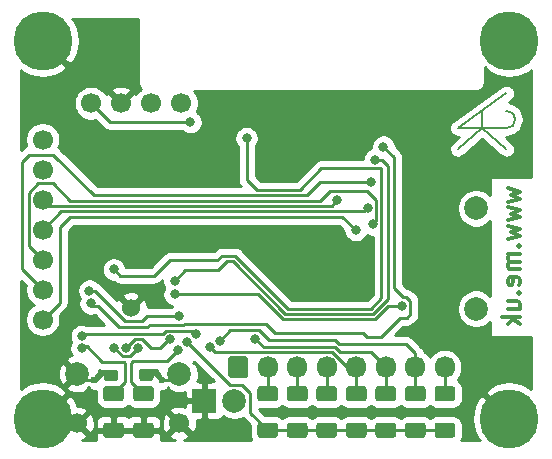
<source format=gbr>
%TF.GenerationSoftware,KiCad,Pcbnew,(5.1.9-0-10_14)*%
%TF.CreationDate,2021-05-02T13:06:18+01:00*%
%TF.ProjectId,EnvMon,456e764d-6f6e-42e6-9b69-6361645f7063,2*%
%TF.SameCoordinates,Original*%
%TF.FileFunction,Copper,L2,Bot*%
%TF.FilePolarity,Positive*%
%FSLAX46Y46*%
G04 Gerber Fmt 4.6, Leading zero omitted, Abs format (unit mm)*
G04 Created by KiCad (PCBNEW (5.1.9-0-10_14)) date 2021-05-02 13:06:18*
%MOMM*%
%LPD*%
G01*
G04 APERTURE LIST*
%TA.AperFunction,NonConductor*%
%ADD10C,0.300000*%
%TD*%
%TA.AperFunction,EtchedComponent*%
%ADD11C,0.200000*%
%TD*%
%TA.AperFunction,ComponentPad*%
%ADD12C,1.524000*%
%TD*%
%TA.AperFunction,ComponentPad*%
%ADD13C,2.000000*%
%TD*%
%TA.AperFunction,ComponentPad*%
%ADD14R,2.000000X2.000000*%
%TD*%
%TA.AperFunction,SMDPad,CuDef*%
%ADD15C,2.000000*%
%TD*%
%TA.AperFunction,ComponentPad*%
%ADD16C,1.700000*%
%TD*%
%TA.AperFunction,ComponentPad*%
%ADD17C,5.000000*%
%TD*%
%TA.AperFunction,ComponentPad*%
%ADD18O,1.700000X1.850000*%
%TD*%
%TA.AperFunction,ComponentPad*%
%ADD19C,0.600000*%
%TD*%
%TA.AperFunction,ViaPad*%
%ADD20C,0.800000*%
%TD*%
%TA.AperFunction,Conductor*%
%ADD21C,0.250000*%
%TD*%
%TA.AperFunction,Conductor*%
%ADD22C,0.254000*%
%TD*%
%TA.AperFunction,Conductor*%
%ADD23C,0.100000*%
%TD*%
G04 APERTURE END LIST*
D10*
X131878571Y-78014285D02*
X132878571Y-78300000D01*
X132164285Y-78585714D01*
X132878571Y-78871428D01*
X131878571Y-79157142D01*
X131878571Y-79585714D02*
X132878571Y-79871428D01*
X132164285Y-80157142D01*
X132878571Y-80442857D01*
X131878571Y-80728571D01*
X131878571Y-81157142D02*
X132878571Y-81442857D01*
X132164285Y-81728571D01*
X132878571Y-82014285D01*
X131878571Y-82300000D01*
X132735714Y-82871428D02*
X132807142Y-82942857D01*
X132878571Y-82871428D01*
X132807142Y-82800000D01*
X132735714Y-82871428D01*
X132878571Y-82871428D01*
X132878571Y-83585714D02*
X131878571Y-83585714D01*
X132021428Y-83585714D02*
X131950000Y-83657142D01*
X131878571Y-83800000D01*
X131878571Y-84014285D01*
X131950000Y-84157142D01*
X132092857Y-84228571D01*
X132878571Y-84228571D01*
X132092857Y-84228571D02*
X131950000Y-84300000D01*
X131878571Y-84442857D01*
X131878571Y-84657142D01*
X131950000Y-84800000D01*
X132092857Y-84871428D01*
X132878571Y-84871428D01*
X132807142Y-86157142D02*
X132878571Y-86014285D01*
X132878571Y-85728571D01*
X132807142Y-85585714D01*
X132664285Y-85514285D01*
X132092857Y-85514285D01*
X131950000Y-85585714D01*
X131878571Y-85728571D01*
X131878571Y-86014285D01*
X131950000Y-86157142D01*
X132092857Y-86228571D01*
X132235714Y-86228571D01*
X132378571Y-85514285D01*
X132735714Y-86871428D02*
X132807142Y-86942857D01*
X132878571Y-86871428D01*
X132807142Y-86800000D01*
X132735714Y-86871428D01*
X132878571Y-86871428D01*
X131878571Y-88228571D02*
X132878571Y-88228571D01*
X131878571Y-87585714D02*
X132664285Y-87585714D01*
X132807142Y-87657142D01*
X132878571Y-87800000D01*
X132878571Y-88014285D01*
X132807142Y-88157142D01*
X132735714Y-88228571D01*
X132878571Y-88942857D02*
X131378571Y-88942857D01*
X132307142Y-89085714D02*
X132878571Y-89514285D01*
X131878571Y-89514285D02*
X132450000Y-88942857D01*
D11*
%TO.C,111*%
X131767650Y-69964120D02*
X127650000Y-72905300D01*
X131767650Y-72905300D02*
X132287579Y-72689938D01*
X127650000Y-72905300D02*
X131767650Y-72905300D01*
X132502940Y-72170006D02*
X132287579Y-71650074D01*
X132287579Y-72689938D02*
X132502940Y-72170006D01*
X132287579Y-71650074D02*
X131767650Y-71434712D01*
X129708820Y-72905290D02*
X131767650Y-74670000D01*
X129709000Y-72905300D02*
X129709000Y-71434700D01*
X127650000Y-74670000D02*
X129708820Y-72905290D01*
%TD*%
D12*
%TO.P,U1,21*%
%TO.N,GND*%
X99975000Y-88125000D03*
%TD*%
D13*
%TO.P,J2,2*%
%TO.N,Net-(J1-PadA4)*%
X108740000Y-96000000D03*
D14*
%TO.P,J2,1*%
%TO.N,GND*%
X106200000Y-96000000D03*
%TD*%
D15*
%TO.P,M3,~*%
%TO.N,N/C*%
X129200000Y-79700000D03*
X129200000Y-88200000D03*
D16*
%TO.P,M3,4*%
%TO.N,CO2-SDA*%
X104220000Y-70800000D03*
%TO.P,M3,3*%
%TO.N,CO2-SCL*%
X101680000Y-70800000D03*
%TO.P,M3,2*%
%TO.N,GND*%
X99140000Y-70800000D03*
%TO.P,M3,1*%
%TO.N,+3V3*%
X96600000Y-70800000D03*
%TD*%
D17*
%TO.P,M2,S*%
%TO.N,GND*%
X92500000Y-65500000D03*
X92500000Y-97500000D03*
X132000000Y-97500000D03*
X132000000Y-65500000D03*
D16*
%TO.P,M2,7*%
%TO.N,OLED-RST*%
X92500000Y-89120000D03*
%TO.P,M2,6*%
%TO.N,OLED-DC*%
X92500000Y-86580000D03*
%TO.P,M2,5*%
%TO.N,OLED-CS0*%
X92500000Y-84040000D03*
%TO.P,M2,4*%
%TO.N,OLED-SCLK*%
X92500000Y-81500000D03*
%TO.P,M2,3*%
%TO.N,OLED-MOSI*%
X92500000Y-78960000D03*
%TO.P,M2,2*%
%TO.N,GND*%
X92500000Y-76420000D03*
%TO.P,M2,1*%
%TO.N,+3V3*%
X92500000Y-73880000D03*
%TD*%
%TO.P,R9,2*%
%TO.N,+3V3*%
%TA.AperFunction,SMDPad,CuDef*%
G36*
G01*
X125924999Y-97850000D02*
X127175001Y-97850000D01*
G75*
G02*
X127425000Y-98099999I0J-249999D01*
G01*
X127425000Y-98900001D01*
G75*
G02*
X127175001Y-99150000I-249999J0D01*
G01*
X125924999Y-99150000D01*
G75*
G02*
X125675000Y-98900001I0J249999D01*
G01*
X125675000Y-98099999D01*
G75*
G02*
X125924999Y-97850000I249999J0D01*
G01*
G37*
%TD.AperFunction*%
%TO.P,R9,1*%
%TO.N,IO7*%
%TA.AperFunction,SMDPad,CuDef*%
G36*
G01*
X125924999Y-94750000D02*
X127175001Y-94750000D01*
G75*
G02*
X127425000Y-94999999I0J-249999D01*
G01*
X127425000Y-95800001D01*
G75*
G02*
X127175001Y-96050000I-249999J0D01*
G01*
X125924999Y-96050000D01*
G75*
G02*
X125675000Y-95800001I0J249999D01*
G01*
X125675000Y-94999999D01*
G75*
G02*
X125924999Y-94750000I249999J0D01*
G01*
G37*
%TD.AperFunction*%
%TD*%
%TO.P,R8,2*%
%TO.N,+3V3*%
%TA.AperFunction,SMDPad,CuDef*%
G36*
G01*
X123424999Y-97850000D02*
X124675001Y-97850000D01*
G75*
G02*
X124925000Y-98099999I0J-249999D01*
G01*
X124925000Y-98900001D01*
G75*
G02*
X124675001Y-99150000I-249999J0D01*
G01*
X123424999Y-99150000D01*
G75*
G02*
X123175000Y-98900001I0J249999D01*
G01*
X123175000Y-98099999D01*
G75*
G02*
X123424999Y-97850000I249999J0D01*
G01*
G37*
%TD.AperFunction*%
%TO.P,R8,1*%
%TO.N,IO6*%
%TA.AperFunction,SMDPad,CuDef*%
G36*
G01*
X123424999Y-94750000D02*
X124675001Y-94750000D01*
G75*
G02*
X124925000Y-94999999I0J-249999D01*
G01*
X124925000Y-95800001D01*
G75*
G02*
X124675001Y-96050000I-249999J0D01*
G01*
X123424999Y-96050000D01*
G75*
G02*
X123175000Y-95800001I0J249999D01*
G01*
X123175000Y-94999999D01*
G75*
G02*
X123424999Y-94750000I249999J0D01*
G01*
G37*
%TD.AperFunction*%
%TD*%
%TO.P,R7,2*%
%TO.N,+3V3*%
%TA.AperFunction,SMDPad,CuDef*%
G36*
G01*
X120924999Y-97850000D02*
X122175001Y-97850000D01*
G75*
G02*
X122425000Y-98099999I0J-249999D01*
G01*
X122425000Y-98900001D01*
G75*
G02*
X122175001Y-99150000I-249999J0D01*
G01*
X120924999Y-99150000D01*
G75*
G02*
X120675000Y-98900001I0J249999D01*
G01*
X120675000Y-98099999D01*
G75*
G02*
X120924999Y-97850000I249999J0D01*
G01*
G37*
%TD.AperFunction*%
%TO.P,R7,1*%
%TO.N,IO5*%
%TA.AperFunction,SMDPad,CuDef*%
G36*
G01*
X120924999Y-94750000D02*
X122175001Y-94750000D01*
G75*
G02*
X122425000Y-94999999I0J-249999D01*
G01*
X122425000Y-95800001D01*
G75*
G02*
X122175001Y-96050000I-249999J0D01*
G01*
X120924999Y-96050000D01*
G75*
G02*
X120675000Y-95800001I0J249999D01*
G01*
X120675000Y-94999999D01*
G75*
G02*
X120924999Y-94750000I249999J0D01*
G01*
G37*
%TD.AperFunction*%
%TD*%
%TO.P,R6,2*%
%TO.N,+3V3*%
%TA.AperFunction,SMDPad,CuDef*%
G36*
G01*
X118424999Y-97850000D02*
X119675001Y-97850000D01*
G75*
G02*
X119925000Y-98099999I0J-249999D01*
G01*
X119925000Y-98900001D01*
G75*
G02*
X119675001Y-99150000I-249999J0D01*
G01*
X118424999Y-99150000D01*
G75*
G02*
X118175000Y-98900001I0J249999D01*
G01*
X118175000Y-98099999D01*
G75*
G02*
X118424999Y-97850000I249999J0D01*
G01*
G37*
%TD.AperFunction*%
%TO.P,R6,1*%
%TO.N,IO4*%
%TA.AperFunction,SMDPad,CuDef*%
G36*
G01*
X118424999Y-94750000D02*
X119675001Y-94750000D01*
G75*
G02*
X119925000Y-94999999I0J-249999D01*
G01*
X119925000Y-95800001D01*
G75*
G02*
X119675001Y-96050000I-249999J0D01*
G01*
X118424999Y-96050000D01*
G75*
G02*
X118175000Y-95800001I0J249999D01*
G01*
X118175000Y-94999999D01*
G75*
G02*
X118424999Y-94750000I249999J0D01*
G01*
G37*
%TD.AperFunction*%
%TD*%
%TO.P,R5,2*%
%TO.N,+3V3*%
%TA.AperFunction,SMDPad,CuDef*%
G36*
G01*
X115924999Y-97850000D02*
X117175001Y-97850000D01*
G75*
G02*
X117425000Y-98099999I0J-249999D01*
G01*
X117425000Y-98900001D01*
G75*
G02*
X117175001Y-99150000I-249999J0D01*
G01*
X115924999Y-99150000D01*
G75*
G02*
X115675000Y-98900001I0J249999D01*
G01*
X115675000Y-98099999D01*
G75*
G02*
X115924999Y-97850000I249999J0D01*
G01*
G37*
%TD.AperFunction*%
%TO.P,R5,1*%
%TO.N,IO3*%
%TA.AperFunction,SMDPad,CuDef*%
G36*
G01*
X115924999Y-94750000D02*
X117175001Y-94750000D01*
G75*
G02*
X117425000Y-94999999I0J-249999D01*
G01*
X117425000Y-95800001D01*
G75*
G02*
X117175001Y-96050000I-249999J0D01*
G01*
X115924999Y-96050000D01*
G75*
G02*
X115675000Y-95800001I0J249999D01*
G01*
X115675000Y-94999999D01*
G75*
G02*
X115924999Y-94750000I249999J0D01*
G01*
G37*
%TD.AperFunction*%
%TD*%
%TO.P,R4,2*%
%TO.N,+3V3*%
%TA.AperFunction,SMDPad,CuDef*%
G36*
G01*
X113424999Y-97850000D02*
X114675001Y-97850000D01*
G75*
G02*
X114925000Y-98099999I0J-249999D01*
G01*
X114925000Y-98900001D01*
G75*
G02*
X114675001Y-99150000I-249999J0D01*
G01*
X113424999Y-99150000D01*
G75*
G02*
X113175000Y-98900001I0J249999D01*
G01*
X113175000Y-98099999D01*
G75*
G02*
X113424999Y-97850000I249999J0D01*
G01*
G37*
%TD.AperFunction*%
%TO.P,R4,1*%
%TO.N,IO2*%
%TA.AperFunction,SMDPad,CuDef*%
G36*
G01*
X113424999Y-94750000D02*
X114675001Y-94750000D01*
G75*
G02*
X114925000Y-94999999I0J-249999D01*
G01*
X114925000Y-95800001D01*
G75*
G02*
X114675001Y-96050000I-249999J0D01*
G01*
X113424999Y-96050000D01*
G75*
G02*
X113175000Y-95800001I0J249999D01*
G01*
X113175000Y-94999999D01*
G75*
G02*
X113424999Y-94750000I249999J0D01*
G01*
G37*
%TD.AperFunction*%
%TD*%
%TO.P,R3,2*%
%TO.N,+3V3*%
%TA.AperFunction,SMDPad,CuDef*%
G36*
G01*
X110924999Y-97850000D02*
X112175001Y-97850000D01*
G75*
G02*
X112425000Y-98099999I0J-249999D01*
G01*
X112425000Y-98900001D01*
G75*
G02*
X112175001Y-99150000I-249999J0D01*
G01*
X110924999Y-99150000D01*
G75*
G02*
X110675000Y-98900001I0J249999D01*
G01*
X110675000Y-98099999D01*
G75*
G02*
X110924999Y-97850000I249999J0D01*
G01*
G37*
%TD.AperFunction*%
%TO.P,R3,1*%
%TO.N,IO1*%
%TA.AperFunction,SMDPad,CuDef*%
G36*
G01*
X110924999Y-94750000D02*
X112175001Y-94750000D01*
G75*
G02*
X112425000Y-94999999I0J-249999D01*
G01*
X112425000Y-95800001D01*
G75*
G02*
X112175001Y-96050000I-249999J0D01*
G01*
X110924999Y-96050000D01*
G75*
G02*
X110675000Y-95800001I0J249999D01*
G01*
X110675000Y-94999999D01*
G75*
G02*
X110924999Y-94750000I249999J0D01*
G01*
G37*
%TD.AperFunction*%
%TD*%
%TO.P,R2,2*%
%TO.N,GND*%
%TA.AperFunction,SMDPad,CuDef*%
G36*
G01*
X97864999Y-97850000D02*
X99115001Y-97850000D01*
G75*
G02*
X99365000Y-98099999I0J-249999D01*
G01*
X99365000Y-98900001D01*
G75*
G02*
X99115001Y-99150000I-249999J0D01*
G01*
X97864999Y-99150000D01*
G75*
G02*
X97615000Y-98900001I0J249999D01*
G01*
X97615000Y-98099999D01*
G75*
G02*
X97864999Y-97850000I249999J0D01*
G01*
G37*
%TD.AperFunction*%
%TO.P,R2,1*%
%TO.N,Net-(J1-PadA5)*%
%TA.AperFunction,SMDPad,CuDef*%
G36*
G01*
X97864999Y-94750000D02*
X99115001Y-94750000D01*
G75*
G02*
X99365000Y-94999999I0J-249999D01*
G01*
X99365000Y-95800001D01*
G75*
G02*
X99115001Y-96050000I-249999J0D01*
G01*
X97864999Y-96050000D01*
G75*
G02*
X97615000Y-95800001I0J249999D01*
G01*
X97615000Y-94999999D01*
G75*
G02*
X97864999Y-94750000I249999J0D01*
G01*
G37*
%TD.AperFunction*%
%TD*%
%TO.P,R1,2*%
%TO.N,GND*%
%TA.AperFunction,SMDPad,CuDef*%
G36*
G01*
X100404999Y-97850000D02*
X101655001Y-97850000D01*
G75*
G02*
X101905000Y-98099999I0J-249999D01*
G01*
X101905000Y-98900001D01*
G75*
G02*
X101655001Y-99150000I-249999J0D01*
G01*
X100404999Y-99150000D01*
G75*
G02*
X100155000Y-98900001I0J249999D01*
G01*
X100155000Y-98099999D01*
G75*
G02*
X100404999Y-97850000I249999J0D01*
G01*
G37*
%TD.AperFunction*%
%TO.P,R1,1*%
%TO.N,Net-(J1-PadB5)*%
%TA.AperFunction,SMDPad,CuDef*%
G36*
G01*
X100404999Y-94750000D02*
X101655001Y-94750000D01*
G75*
G02*
X101905000Y-94999999I0J-249999D01*
G01*
X101905000Y-95800001D01*
G75*
G02*
X101655001Y-96050000I-249999J0D01*
G01*
X100404999Y-96050000D01*
G75*
G02*
X100155000Y-95800001I0J249999D01*
G01*
X100155000Y-94999999D01*
G75*
G02*
X100404999Y-94750000I249999J0D01*
G01*
G37*
%TD.AperFunction*%
%TD*%
D18*
%TO.P,J3,8*%
%TO.N,IO7*%
X126550000Y-93150000D03*
%TO.P,J3,7*%
%TO.N,IO6*%
X124050000Y-93150000D03*
%TO.P,J3,6*%
%TO.N,IO5*%
X121550000Y-93150000D03*
%TO.P,J3,5*%
%TO.N,IO4*%
X119050000Y-93150000D03*
%TO.P,J3,4*%
%TO.N,IO3*%
X116550000Y-93150000D03*
%TO.P,J3,3*%
%TO.N,IO2*%
X114050000Y-93150000D03*
%TO.P,J3,2*%
%TO.N,IO1*%
X111550000Y-93150000D03*
%TO.P,J3,1*%
%TO.N,GND*%
%TA.AperFunction,ComponentPad*%
G36*
G01*
X108200000Y-93825000D02*
X108200000Y-92475000D01*
G75*
G02*
X108450000Y-92225000I250000J0D01*
G01*
X109650000Y-92225000D01*
G75*
G02*
X109900000Y-92475000I0J-250000D01*
G01*
X109900000Y-93825000D01*
G75*
G02*
X109650000Y-94075000I-250000J0D01*
G01*
X108450000Y-94075000D01*
G75*
G02*
X108200000Y-93825000I0J250000D01*
G01*
G37*
%TD.AperFunction*%
%TD*%
D16*
%TO.P,J1,S1*%
%TO.N,GND*%
X104075000Y-97905000D03*
X95425000Y-97905000D03*
D13*
X104075000Y-93725000D03*
X95425000Y-93725000D03*
D19*
X102640000Y-94205000D03*
X96860000Y-94205000D03*
%TD*%
D20*
%TO.N,Net-(J1-PadA7)*%
X98573635Y-91533696D03*
X100603076Y-91514989D03*
%TO.N,Net-(J1-PadA6)*%
X99596302Y-91496293D03*
X103300000Y-90800000D03*
%TO.N,Net-(J1-PadA5)*%
X95800009Y-91540326D03*
%TO.N,Net-(J1-PadB5)*%
X103978141Y-91674989D03*
%TO.N,+3V3*%
X105000000Y-72400000D03*
X104745612Y-91033886D03*
X104077727Y-88826032D03*
X96450010Y-86665976D03*
%TO.N,OLED-RST*%
X119003892Y-81521428D03*
%TO.N,OLED-DC*%
X120300000Y-77500000D03*
%TO.N,OLED-CS0*%
X120461390Y-81053482D03*
%TO.N,OLED-SCLK*%
X120011379Y-79673314D03*
%TO.N,OLED-MOSI*%
X117457863Y-79018618D03*
%TO.N,IO6*%
X107486764Y-90922384D03*
%TO.N,IO5*%
X110500000Y-90750000D03*
%TO.N,IO4*%
X106645627Y-91463228D03*
%TO.N,Net-(U1-Pad19)*%
X109762660Y-73762660D03*
X98516595Y-84875396D03*
%TO.N,Net-(U1-Pad18)*%
X122915014Y-88000000D03*
X103676016Y-86981767D03*
%TO.N,Net-(U1-Pad17)*%
X120650155Y-75574979D03*
X103674990Y-85861051D03*
%TO.N,Net-(U1-Pad1)*%
X121339855Y-74475010D03*
X96550010Y-87752954D03*
%TO.N,Net-(U2-Pad8)*%
X105470622Y-90308995D03*
X95812660Y-90512660D03*
%TD*%
D21*
%TO.N,Net-(J1-PadA7)*%
X98573635Y-91533696D02*
X99264940Y-92225001D01*
X99264940Y-92225001D02*
X99893064Y-92225001D01*
X99893064Y-92225001D02*
X100603076Y-91514989D01*
%TO.N,Net-(J1-PadA6)*%
X100951077Y-90789988D02*
X100302607Y-90789988D01*
X100302607Y-90789988D02*
X99596302Y-91496293D01*
X101657382Y-91496293D02*
X100951077Y-90789988D01*
X102468686Y-91496293D02*
X101657382Y-91496293D01*
X103164979Y-90800000D02*
X102468686Y-91496293D01*
X103300000Y-90800000D02*
X103164979Y-90800000D01*
%TO.N,Net-(J1-PadA5)*%
X96213499Y-91386501D02*
X95953834Y-91386501D01*
X95953834Y-91386501D02*
X95800009Y-91540326D01*
X97513499Y-92686501D02*
X99386501Y-92686501D01*
X97513499Y-92686501D02*
X96213499Y-91386501D01*
X99386501Y-92686501D02*
X99500000Y-92800000D01*
X99500000Y-94390000D02*
X98490000Y-95400000D01*
X99500000Y-92800000D02*
X99500000Y-94390000D01*
%TO.N,Net-(J1-PadB5)*%
X103026565Y-92626565D02*
X100173435Y-92626565D01*
X103026565Y-92626565D02*
X103978141Y-91674989D01*
X100173435Y-92626565D02*
X100000000Y-92800000D01*
X100000000Y-94370000D02*
X101030000Y-95400000D01*
X100000000Y-92800000D02*
X100000000Y-94370000D01*
%TO.N,GND*%
X103595000Y-94205000D02*
X104075000Y-93725000D01*
X102640000Y-94205000D02*
X103595000Y-94205000D01*
X95905000Y-94205000D02*
X95425000Y-93725000D01*
X96860000Y-94205000D02*
X95905000Y-94205000D01*
%TO.N,+3V3*%
X111550000Y-98500000D02*
X114050000Y-98500000D01*
X114050000Y-98500000D02*
X116550000Y-98500000D01*
X116550000Y-98500000D02*
X119050000Y-98500000D01*
X119050000Y-98500000D02*
X121550000Y-98500000D01*
X121550000Y-98500000D02*
X124050000Y-98500000D01*
X124050000Y-98500000D02*
X126550000Y-98500000D01*
X98200000Y-72400000D02*
X96600000Y-70800000D01*
X105000000Y-72400000D02*
X98200000Y-72400000D01*
X110065001Y-95363999D02*
X109376001Y-94674999D01*
X110065001Y-97015001D02*
X110065001Y-95363999D01*
X108386725Y-94674999D02*
X104745612Y-91033886D01*
X111550000Y-98500000D02*
X110065001Y-97015001D01*
X109376001Y-94674999D02*
X108386725Y-94674999D01*
X99466610Y-89212001D02*
X96920585Y-86665976D01*
X101326032Y-88826032D02*
X100940063Y-89212001D01*
X104077727Y-88826032D02*
X101326032Y-88826032D01*
X100940063Y-89212001D02*
X99466610Y-89212001D01*
X96920585Y-86665976D02*
X96450010Y-86665976D01*
%TO.N,OLED-RST*%
X93935000Y-87685000D02*
X92500000Y-89120000D01*
X93935000Y-81315000D02*
X93935000Y-87685000D01*
X94850000Y-80400000D02*
X93935000Y-81315000D01*
X117882464Y-80400000D02*
X94850000Y-80400000D01*
X119003892Y-81521428D02*
X117882464Y-80400000D01*
%TO.N,OLED-DC*%
X116000000Y-77500000D02*
X114900044Y-78599956D01*
X93399999Y-75149999D02*
X91360003Y-75149999D01*
X114900044Y-78599956D02*
X96849956Y-78599956D01*
X90755001Y-75755001D02*
X90755001Y-84835001D01*
X90755001Y-84835001D02*
X92500000Y-86580000D01*
X96849956Y-78599956D02*
X93399999Y-75149999D01*
X120300000Y-77500000D02*
X116000000Y-77500000D01*
X91360003Y-75149999D02*
X90755001Y-75755001D01*
%TO.N,OLED-CS0*%
X92500000Y-84040000D02*
X91324999Y-82864999D01*
X91324999Y-78395999D02*
X92125997Y-77595001D01*
X92125997Y-77595001D02*
X93345001Y-77595001D01*
X115950033Y-79049967D02*
X116786501Y-78213499D01*
X116786501Y-78213499D02*
X119977089Y-78213499D01*
X119977089Y-78213499D02*
X120736389Y-78972799D01*
X120736389Y-78972799D02*
X120736389Y-80778483D01*
X120736389Y-80778483D02*
X120461390Y-81053482D01*
X91324999Y-82864999D02*
X91324999Y-78395999D01*
X93345001Y-77595001D02*
X94799967Y-79049967D01*
X94799967Y-79049967D02*
X115950033Y-79049967D01*
%TO.N,OLED-SCLK*%
X92500000Y-81500000D02*
X94050011Y-79949989D01*
X94050011Y-79949989D02*
X119734704Y-79949989D01*
X119734704Y-79949989D02*
X120011379Y-79673314D01*
%TO.N,OLED-MOSI*%
X92500000Y-78960000D02*
X92510044Y-78949956D01*
X93039978Y-79499978D02*
X92500000Y-78960000D01*
X116976503Y-79499978D02*
X93039978Y-79499978D01*
X117457863Y-79018618D02*
X116976503Y-79499978D01*
%TO.N,IO7*%
X126550000Y-95400000D02*
X126550000Y-93150000D01*
%TO.N,IO6*%
X124050000Y-95400000D02*
X124050000Y-93150000D01*
X117236515Y-90826978D02*
X111649982Y-90826978D01*
X108384150Y-90024998D02*
X107486764Y-90922384D01*
X124050000Y-91975000D02*
X123272534Y-91197534D01*
X117607071Y-91197534D02*
X117236515Y-90826978D01*
X124050000Y-93150000D02*
X124050000Y-91975000D01*
X111649982Y-90826978D02*
X110848002Y-90024998D01*
X123272534Y-91197534D02*
X117607071Y-91197534D01*
X110848002Y-90024998D02*
X108384150Y-90024998D01*
%TO.N,IO5*%
X121550000Y-95400000D02*
X121550000Y-93150000D01*
X111199979Y-91449979D02*
X110500000Y-90750000D01*
X117223105Y-91449979D02*
X111199979Y-91449979D01*
X117673116Y-91899990D02*
X117223105Y-91449979D01*
X120299990Y-91899990D02*
X117673116Y-91899990D01*
X121550000Y-93150000D02*
X120299990Y-91899990D01*
%TO.N,IO4*%
X119050000Y-95400000D02*
X119050000Y-93150000D01*
X118286715Y-93150000D02*
X117036705Y-91899990D01*
X119050000Y-93150000D02*
X118286715Y-93150000D01*
X117036705Y-91899990D02*
X107082389Y-91899990D01*
X107082389Y-91899990D02*
X106645627Y-91463228D01*
%TO.N,IO3*%
X116550000Y-95400000D02*
X116550000Y-93150000D01*
%TO.N,IO2*%
X114050000Y-95400000D02*
X114050000Y-93150000D01*
%TO.N,IO1*%
X111550000Y-95400000D02*
X111550000Y-93150000D01*
%TO.N,Net-(U1-Pad19)*%
X114250055Y-78149945D02*
X116100011Y-76299989D01*
X107700000Y-83700000D02*
X107300000Y-84100000D01*
X109762660Y-73762660D02*
X109762660Y-77262660D01*
X109762660Y-77262660D02*
X110649945Y-78149945D01*
X99041199Y-85400000D02*
X98516595Y-84875396D01*
X116100011Y-76299989D02*
X121186400Y-76299989D01*
X121186400Y-76299989D02*
X121186400Y-87313600D01*
X108800000Y-83700000D02*
X107700000Y-83700000D01*
X103263003Y-84100000D02*
X101963003Y-85400000D01*
X113300000Y-88200000D02*
X108800000Y-83700000D01*
X110649945Y-78149945D02*
X114250055Y-78149945D01*
X107300000Y-84100000D02*
X103263003Y-84100000D01*
X120300000Y-88200000D02*
X113300000Y-88200000D01*
X121186400Y-87313600D02*
X120300000Y-88200000D01*
X101963003Y-85400000D02*
X99041199Y-85400000D01*
%TO.N,Net-(U1-Pad18)*%
X112827201Y-89100022D02*
X110708946Y-86981767D01*
X121772822Y-88000000D02*
X120672800Y-89100022D01*
X122915014Y-88000000D02*
X121772822Y-88000000D01*
X110708946Y-86981767D02*
X103676016Y-86981767D01*
X120672800Y-89100022D02*
X112827201Y-89100022D01*
%TO.N,Net-(U1-Pad17)*%
X108600000Y-84200000D02*
X113050011Y-88650011D01*
X113050011Y-88650011D02*
X120486400Y-88650011D01*
X121720430Y-87415981D02*
X121720430Y-76079569D01*
X120486400Y-88650011D02*
X121720430Y-87415981D01*
X121720430Y-76079569D02*
X121215840Y-75574979D01*
X121215840Y-75574979D02*
X120650155Y-75574979D01*
X108100000Y-84200000D02*
X108600000Y-84200000D01*
X107337910Y-84937910D02*
X107350000Y-84950000D01*
X107350000Y-84950000D02*
X108100000Y-84200000D01*
X104586041Y-84950000D02*
X103674990Y-85861051D01*
X107350000Y-84950000D02*
X104586041Y-84950000D01*
%TO.N,Net-(U1-Pad1)*%
X96786210Y-87989109D02*
X97210891Y-87989109D01*
X122232422Y-86432422D02*
X122232422Y-75367578D01*
X123000000Y-87200000D02*
X122232422Y-86432422D01*
X123300000Y-87200000D02*
X123000000Y-87200000D01*
X123324998Y-88975002D02*
X123640024Y-88659976D01*
X122725002Y-88975002D02*
X123324998Y-88975002D01*
X123640024Y-88659976D02*
X123640024Y-87540024D01*
X119653430Y-90290443D02*
X119928421Y-90565434D01*
X104425729Y-89551034D02*
X104451764Y-89524999D01*
X123640024Y-87540024D02*
X123300000Y-87200000D01*
X104451764Y-89524999D02*
X111388588Y-89524999D01*
X101548966Y-89551034D02*
X104425729Y-89551034D01*
X112154032Y-90290443D02*
X119653430Y-90290443D01*
X111388588Y-89524999D02*
X112154032Y-90290443D01*
X101362988Y-89737012D02*
X101548966Y-89551034D01*
X119928421Y-90565434D02*
X121134570Y-90565434D01*
X98958794Y-89737012D02*
X101362988Y-89737012D01*
X121134570Y-90565434D02*
X122725002Y-88975002D01*
X122232422Y-75367578D02*
X121339855Y-74475010D01*
X97210891Y-87989109D02*
X98958794Y-89737012D01*
X96786165Y-87989109D02*
X96550010Y-87752954D01*
X97210891Y-87989109D02*
X96786165Y-87989109D01*
%TO.N,Net-(U2-Pad8)*%
X102970724Y-90056274D02*
X102718003Y-90308995D01*
X105217901Y-90056274D02*
X102970724Y-90056274D01*
X96016325Y-90308995D02*
X95812660Y-90512660D01*
X102718003Y-90308995D02*
X96016325Y-90308995D01*
X105470622Y-90308995D02*
X105217901Y-90056274D01*
%TD*%
D22*
%TO.N,GND*%
X117968892Y-81561230D02*
X117968892Y-81623367D01*
X118008666Y-81823326D01*
X118086687Y-82011684D01*
X118199955Y-82181202D01*
X118344118Y-82325365D01*
X118513636Y-82438633D01*
X118701994Y-82516654D01*
X118901953Y-82556428D01*
X119105831Y-82556428D01*
X119305790Y-82516654D01*
X119494148Y-82438633D01*
X119663666Y-82325365D01*
X119807829Y-82181202D01*
X119921097Y-82011684D01*
X119945244Y-81953388D01*
X119971134Y-81970687D01*
X120159492Y-82048708D01*
X120359451Y-82088482D01*
X120426401Y-82088482D01*
X120426401Y-86998797D01*
X119985199Y-87440000D01*
X113614802Y-87440000D01*
X109363804Y-83189003D01*
X109340001Y-83159999D01*
X109224276Y-83065026D01*
X109092247Y-82994454D01*
X108948986Y-82950997D01*
X108837333Y-82940000D01*
X108837322Y-82940000D01*
X108800000Y-82936324D01*
X108762678Y-82940000D01*
X107737322Y-82940000D01*
X107699999Y-82936324D01*
X107662676Y-82940000D01*
X107662667Y-82940000D01*
X107551014Y-82950997D01*
X107407753Y-82994454D01*
X107275724Y-83065026D01*
X107159999Y-83159999D01*
X107136200Y-83188998D01*
X106985198Y-83340000D01*
X103300328Y-83340000D01*
X103263003Y-83336324D01*
X103225678Y-83340000D01*
X103225670Y-83340000D01*
X103114017Y-83350997D01*
X102970756Y-83394454D01*
X102838727Y-83465026D01*
X102723002Y-83559999D01*
X102699204Y-83588997D01*
X101648202Y-84640000D01*
X99525049Y-84640000D01*
X99511821Y-84573498D01*
X99433800Y-84385140D01*
X99320532Y-84215622D01*
X99176369Y-84071459D01*
X99006851Y-83958191D01*
X98818493Y-83880170D01*
X98618534Y-83840396D01*
X98414656Y-83840396D01*
X98214697Y-83880170D01*
X98026339Y-83958191D01*
X97856821Y-84071459D01*
X97712658Y-84215622D01*
X97599390Y-84385140D01*
X97521369Y-84573498D01*
X97481595Y-84773457D01*
X97481595Y-84977335D01*
X97521369Y-85177294D01*
X97599390Y-85365652D01*
X97712658Y-85535170D01*
X97856821Y-85679333D01*
X98026339Y-85792601D01*
X98214697Y-85870622D01*
X98414656Y-85910396D01*
X98476793Y-85910396D01*
X98477399Y-85911002D01*
X98501198Y-85940001D01*
X98530196Y-85963799D01*
X98616922Y-86034974D01*
X98742649Y-86102177D01*
X98748952Y-86105546D01*
X98892213Y-86149003D01*
X99003866Y-86160000D01*
X99003875Y-86160000D01*
X99041198Y-86163676D01*
X99078521Y-86160000D01*
X101925681Y-86160000D01*
X101963003Y-86163676D01*
X102000325Y-86160000D01*
X102000336Y-86160000D01*
X102111989Y-86149003D01*
X102255250Y-86105546D01*
X102387279Y-86034974D01*
X102503004Y-85940001D01*
X102526807Y-85910997D01*
X102639990Y-85797814D01*
X102639990Y-85962990D01*
X102679764Y-86162949D01*
X102757785Y-86351307D01*
X102805139Y-86422177D01*
X102758811Y-86491511D01*
X102680790Y-86679869D01*
X102641016Y-86879828D01*
X102641016Y-87083706D01*
X102680790Y-87283665D01*
X102758811Y-87472023D01*
X102872079Y-87641541D01*
X103016242Y-87785704D01*
X103185760Y-87898972D01*
X103374118Y-87976993D01*
X103459913Y-87994058D01*
X103417953Y-88022095D01*
X103374016Y-88066032D01*
X101376298Y-88066032D01*
X101376910Y-88052983D01*
X101335922Y-87780867D01*
X101242636Y-87521977D01*
X101180656Y-87406020D01*
X100940565Y-87339040D01*
X100154605Y-88125000D01*
X100168748Y-88139143D01*
X99989143Y-88318748D01*
X99975000Y-88304605D01*
X99960858Y-88318748D01*
X99781253Y-88139143D01*
X99795395Y-88125000D01*
X99009435Y-87339040D01*
X98769344Y-87406020D01*
X98758497Y-87429087D01*
X98488845Y-87159435D01*
X99189040Y-87159435D01*
X99975000Y-87945395D01*
X100760960Y-87159435D01*
X100693980Y-86919344D01*
X100444952Y-86802244D01*
X100177865Y-86735977D01*
X99902983Y-86723090D01*
X99630867Y-86764078D01*
X99371977Y-86857364D01*
X99256020Y-86919344D01*
X99189040Y-87159435D01*
X98488845Y-87159435D01*
X97484389Y-86154979D01*
X97460586Y-86125975D01*
X97344861Y-86031002D01*
X97212832Y-85960430D01*
X97206147Y-85958402D01*
X97109784Y-85862039D01*
X96940266Y-85748771D01*
X96751908Y-85670750D01*
X96551949Y-85630976D01*
X96348071Y-85630976D01*
X96148112Y-85670750D01*
X95959754Y-85748771D01*
X95790236Y-85862039D01*
X95646073Y-86006202D01*
X95532805Y-86175720D01*
X95454784Y-86364078D01*
X95415010Y-86564037D01*
X95415010Y-86767915D01*
X95454784Y-86967874D01*
X95532805Y-87156232D01*
X95621760Y-87289363D01*
X95554784Y-87451056D01*
X95515010Y-87651015D01*
X95515010Y-87854893D01*
X95554784Y-88054852D01*
X95632805Y-88243210D01*
X95746073Y-88412728D01*
X95890236Y-88556891D01*
X96059754Y-88670159D01*
X96248112Y-88748180D01*
X96448071Y-88787954D01*
X96651949Y-88787954D01*
X96847238Y-88749109D01*
X96896090Y-88749109D01*
X97695975Y-89548995D01*
X96190752Y-89548995D01*
X96114558Y-89517434D01*
X95914599Y-89477660D01*
X95710721Y-89477660D01*
X95510762Y-89517434D01*
X95322404Y-89595455D01*
X95152886Y-89708723D01*
X95008723Y-89852886D01*
X94895455Y-90022404D01*
X94817434Y-90210762D01*
X94777660Y-90410721D01*
X94777660Y-90614599D01*
X94817434Y-90814558D01*
X94895455Y-91002916D01*
X94904883Y-91017026D01*
X94882804Y-91050070D01*
X94804783Y-91238428D01*
X94765009Y-91438387D01*
X94765009Y-91642265D01*
X94804783Y-91842224D01*
X94882804Y-92030582D01*
X94965272Y-92154004D01*
X94738912Y-92232205D01*
X94564956Y-92325186D01*
X94469192Y-92589587D01*
X95425000Y-93545395D01*
X95439143Y-93531253D01*
X95618748Y-93710858D01*
X95604605Y-93725000D01*
X95618748Y-93739143D01*
X95439143Y-93918748D01*
X95425000Y-93904605D01*
X94469192Y-94860413D01*
X94564956Y-95124814D01*
X94854571Y-95265704D01*
X95166108Y-95347384D01*
X95487595Y-95366718D01*
X95806675Y-95322961D01*
X96111088Y-95217795D01*
X96285044Y-95124814D01*
X96378885Y-94865723D01*
X96382500Y-94862108D01*
X96407660Y-94887268D01*
X96415575Y-95032763D01*
X96585603Y-95103562D01*
X96766176Y-95139828D01*
X96950355Y-95140171D01*
X96976928Y-95134936D01*
X96976928Y-95800001D01*
X96993992Y-95973255D01*
X97044528Y-96139851D01*
X97126595Y-96293387D01*
X97237038Y-96427962D01*
X97371613Y-96538405D01*
X97525149Y-96620472D01*
X97691745Y-96671008D01*
X97864999Y-96688072D01*
X99115001Y-96688072D01*
X99288255Y-96671008D01*
X99454851Y-96620472D01*
X99608387Y-96538405D01*
X99742962Y-96427962D01*
X99760000Y-96407201D01*
X99777038Y-96427962D01*
X99911613Y-96538405D01*
X100065149Y-96620472D01*
X100231745Y-96671008D01*
X100404999Y-96688072D01*
X101655001Y-96688072D01*
X101828255Y-96671008D01*
X101994851Y-96620472D01*
X102148387Y-96538405D01*
X102282962Y-96427962D01*
X102393405Y-96293387D01*
X102475472Y-96139851D01*
X102526008Y-95973255D01*
X102543072Y-95800001D01*
X102543072Y-95139205D01*
X102546176Y-95139828D01*
X102730355Y-95140171D01*
X102911061Y-95104574D01*
X103081351Y-95034408D01*
X103084425Y-95032763D01*
X103092340Y-94887268D01*
X103117500Y-94862108D01*
X103121115Y-94865723D01*
X103214956Y-95124814D01*
X103504571Y-95265704D01*
X103816108Y-95347384D01*
X104137595Y-95366718D01*
X104456675Y-95322961D01*
X104563159Y-95286174D01*
X104565000Y-95714250D01*
X104723750Y-95873000D01*
X106073000Y-95873000D01*
X106073000Y-94523750D01*
X105914250Y-94365000D01*
X105582554Y-94363573D01*
X105615704Y-94295429D01*
X105697384Y-93983892D01*
X105716718Y-93662405D01*
X105672961Y-93343325D01*
X105567795Y-93038912D01*
X105474814Y-92864956D01*
X105210415Y-92769193D01*
X105308266Y-92671342D01*
X106999713Y-94362789D01*
X106485750Y-94365000D01*
X106327000Y-94523750D01*
X106327000Y-95873000D01*
X106347000Y-95873000D01*
X106347000Y-96127000D01*
X106327000Y-96127000D01*
X106327000Y-97476250D01*
X106485750Y-97635000D01*
X107200000Y-97638072D01*
X107324482Y-97625812D01*
X107444180Y-97589502D01*
X107554494Y-97530537D01*
X107651185Y-97451185D01*
X107730537Y-97354494D01*
X107755191Y-97308370D01*
X107965537Y-97448918D01*
X108263088Y-97572168D01*
X108578967Y-97635000D01*
X108901033Y-97635000D01*
X109216912Y-97572168D01*
X109457353Y-97472574D01*
X109525000Y-97555002D01*
X109554004Y-97578805D01*
X110040359Y-98065161D01*
X110036928Y-98099999D01*
X110036928Y-98900001D01*
X110053992Y-99073255D01*
X110104528Y-99239851D01*
X110158059Y-99340000D01*
X104471406Y-99340000D01*
X104708747Y-99255919D01*
X104846157Y-99182472D01*
X104923792Y-98933397D01*
X104075000Y-98084605D01*
X103226208Y-98933397D01*
X103303843Y-99182472D01*
X103567883Y-99308371D01*
X103692490Y-99340000D01*
X102510937Y-99340000D01*
X102530812Y-99274482D01*
X102543072Y-99150000D01*
X102540000Y-98785750D01*
X102381250Y-98627000D01*
X101157000Y-98627000D01*
X101157000Y-98647000D01*
X100903000Y-98647000D01*
X100903000Y-98627000D01*
X98617000Y-98627000D01*
X98617000Y-98647000D01*
X98363000Y-98647000D01*
X98363000Y-98627000D01*
X97138750Y-98627000D01*
X96980000Y-98785750D01*
X96976928Y-99150000D01*
X96989188Y-99274482D01*
X97009063Y-99340000D01*
X95821406Y-99340000D01*
X96058747Y-99255919D01*
X96196157Y-99182472D01*
X96273792Y-98933397D01*
X95558126Y-98217731D01*
X95590287Y-98111304D01*
X95609873Y-97910268D01*
X96453397Y-98753792D01*
X96702472Y-98676157D01*
X96828371Y-98412117D01*
X96900339Y-98128589D01*
X96914903Y-97850000D01*
X96976928Y-97850000D01*
X96980000Y-98214250D01*
X97138750Y-98373000D01*
X98363000Y-98373000D01*
X98363000Y-97373750D01*
X98617000Y-97373750D01*
X98617000Y-98373000D01*
X100903000Y-98373000D01*
X100903000Y-97373750D01*
X101157000Y-97373750D01*
X101157000Y-98373000D01*
X102381250Y-98373000D01*
X102540000Y-98214250D01*
X102542030Y-97973531D01*
X102584389Y-97973531D01*
X102626401Y-98263019D01*
X102724081Y-98538747D01*
X102797528Y-98676157D01*
X103046603Y-98753792D01*
X103895395Y-97905000D01*
X103046603Y-97056208D01*
X102797528Y-97133843D01*
X102671629Y-97397883D01*
X102599661Y-97681411D01*
X102584389Y-97973531D01*
X102542030Y-97973531D01*
X102543072Y-97850000D01*
X102530812Y-97725518D01*
X102494502Y-97605820D01*
X102435537Y-97495506D01*
X102356185Y-97398815D01*
X102259494Y-97319463D01*
X102149180Y-97260498D01*
X102029482Y-97224188D01*
X101905000Y-97211928D01*
X101315750Y-97215000D01*
X101157000Y-97373750D01*
X100903000Y-97373750D01*
X100744250Y-97215000D01*
X100155000Y-97211928D01*
X100030518Y-97224188D01*
X99910820Y-97260498D01*
X99800506Y-97319463D01*
X99760000Y-97352705D01*
X99719494Y-97319463D01*
X99609180Y-97260498D01*
X99489482Y-97224188D01*
X99365000Y-97211928D01*
X98775750Y-97215000D01*
X98617000Y-97373750D01*
X98363000Y-97373750D01*
X98204250Y-97215000D01*
X97615000Y-97211928D01*
X97490518Y-97224188D01*
X97370820Y-97260498D01*
X97260506Y-97319463D01*
X97163815Y-97398815D01*
X97084463Y-97495506D01*
X97025498Y-97605820D01*
X96989188Y-97725518D01*
X96976928Y-97850000D01*
X96914903Y-97850000D01*
X96915611Y-97836469D01*
X96873599Y-97546981D01*
X96775919Y-97271253D01*
X96702472Y-97133843D01*
X96453397Y-97056208D01*
X95611010Y-97898595D01*
X95649784Y-97500611D01*
X96273792Y-96876603D01*
X103226208Y-96876603D01*
X104075000Y-97725395D01*
X104089143Y-97711253D01*
X104268748Y-97890858D01*
X104254605Y-97905000D01*
X105103397Y-98753792D01*
X105352472Y-98676157D01*
X105478371Y-98412117D01*
X105550339Y-98128589D01*
X105565611Y-97836469D01*
X105536608Y-97636624D01*
X105914250Y-97635000D01*
X106073000Y-97476250D01*
X106073000Y-96127000D01*
X104723750Y-96127000D01*
X104565000Y-96285750D01*
X104564091Y-96497054D01*
X104298589Y-96429661D01*
X104006469Y-96414389D01*
X103716981Y-96456401D01*
X103441253Y-96554081D01*
X103303843Y-96627528D01*
X103226208Y-96876603D01*
X96273792Y-96876603D01*
X96196157Y-96627528D01*
X95932117Y-96501629D01*
X95648589Y-96429661D01*
X95448008Y-96419175D01*
X95409103Y-96291408D01*
X95121118Y-95752627D01*
X94703148Y-95476457D01*
X92679605Y-97500000D01*
X92693748Y-97514143D01*
X92514143Y-97693748D01*
X92500000Y-97679605D01*
X92485858Y-97693748D01*
X92306253Y-97514143D01*
X92320395Y-97500000D01*
X92306253Y-97485858D01*
X92485858Y-97306253D01*
X92500000Y-97320395D01*
X94523543Y-95296852D01*
X94247373Y-94878882D01*
X93702443Y-94588351D01*
X93111304Y-94409713D01*
X92496672Y-94349832D01*
X91882169Y-94411010D01*
X91291408Y-94590897D01*
X90752627Y-94878882D01*
X90660000Y-95019069D01*
X90660000Y-93787595D01*
X93783282Y-93787595D01*
X93827039Y-94106675D01*
X93932205Y-94411088D01*
X94025186Y-94585044D01*
X94289587Y-94680808D01*
X95245395Y-93725000D01*
X94289587Y-92769192D01*
X94025186Y-92864956D01*
X93884296Y-93154571D01*
X93802616Y-93466108D01*
X93783282Y-93787595D01*
X90660000Y-93787595D01*
X90660000Y-85814801D01*
X91058791Y-86213592D01*
X91015000Y-86433740D01*
X91015000Y-86726260D01*
X91072068Y-87013158D01*
X91184010Y-87283411D01*
X91346525Y-87526632D01*
X91553368Y-87733475D01*
X91727760Y-87850000D01*
X91553368Y-87966525D01*
X91346525Y-88173368D01*
X91184010Y-88416589D01*
X91072068Y-88686842D01*
X91015000Y-88973740D01*
X91015000Y-89266260D01*
X91072068Y-89553158D01*
X91184010Y-89823411D01*
X91346525Y-90066632D01*
X91553368Y-90273475D01*
X91796589Y-90435990D01*
X92066842Y-90547932D01*
X92353740Y-90605000D01*
X92646260Y-90605000D01*
X92933158Y-90547932D01*
X93203411Y-90435990D01*
X93446632Y-90273475D01*
X93653475Y-90066632D01*
X93815990Y-89823411D01*
X93927932Y-89553158D01*
X93985000Y-89266260D01*
X93985000Y-88973740D01*
X93941210Y-88753593D01*
X94446008Y-88248795D01*
X94475001Y-88225001D01*
X94498795Y-88196008D01*
X94498799Y-88196004D01*
X94561194Y-88119975D01*
X94569974Y-88109276D01*
X94640546Y-87977247D01*
X94684003Y-87833986D01*
X94695000Y-87722333D01*
X94695000Y-87722324D01*
X94698676Y-87685001D01*
X94695000Y-87647678D01*
X94695000Y-81629802D01*
X95164802Y-81160000D01*
X117567663Y-81160000D01*
X117968892Y-81561230D01*
%TA.AperFunction,Conductor*%
D23*
G36*
X117968892Y-81561230D02*
G01*
X117968892Y-81623367D01*
X118008666Y-81823326D01*
X118086687Y-82011684D01*
X118199955Y-82181202D01*
X118344118Y-82325365D01*
X118513636Y-82438633D01*
X118701994Y-82516654D01*
X118901953Y-82556428D01*
X119105831Y-82556428D01*
X119305790Y-82516654D01*
X119494148Y-82438633D01*
X119663666Y-82325365D01*
X119807829Y-82181202D01*
X119921097Y-82011684D01*
X119945244Y-81953388D01*
X119971134Y-81970687D01*
X120159492Y-82048708D01*
X120359451Y-82088482D01*
X120426401Y-82088482D01*
X120426401Y-86998797D01*
X119985199Y-87440000D01*
X113614802Y-87440000D01*
X109363804Y-83189003D01*
X109340001Y-83159999D01*
X109224276Y-83065026D01*
X109092247Y-82994454D01*
X108948986Y-82950997D01*
X108837333Y-82940000D01*
X108837322Y-82940000D01*
X108800000Y-82936324D01*
X108762678Y-82940000D01*
X107737322Y-82940000D01*
X107699999Y-82936324D01*
X107662676Y-82940000D01*
X107662667Y-82940000D01*
X107551014Y-82950997D01*
X107407753Y-82994454D01*
X107275724Y-83065026D01*
X107159999Y-83159999D01*
X107136200Y-83188998D01*
X106985198Y-83340000D01*
X103300328Y-83340000D01*
X103263003Y-83336324D01*
X103225678Y-83340000D01*
X103225670Y-83340000D01*
X103114017Y-83350997D01*
X102970756Y-83394454D01*
X102838727Y-83465026D01*
X102723002Y-83559999D01*
X102699204Y-83588997D01*
X101648202Y-84640000D01*
X99525049Y-84640000D01*
X99511821Y-84573498D01*
X99433800Y-84385140D01*
X99320532Y-84215622D01*
X99176369Y-84071459D01*
X99006851Y-83958191D01*
X98818493Y-83880170D01*
X98618534Y-83840396D01*
X98414656Y-83840396D01*
X98214697Y-83880170D01*
X98026339Y-83958191D01*
X97856821Y-84071459D01*
X97712658Y-84215622D01*
X97599390Y-84385140D01*
X97521369Y-84573498D01*
X97481595Y-84773457D01*
X97481595Y-84977335D01*
X97521369Y-85177294D01*
X97599390Y-85365652D01*
X97712658Y-85535170D01*
X97856821Y-85679333D01*
X98026339Y-85792601D01*
X98214697Y-85870622D01*
X98414656Y-85910396D01*
X98476793Y-85910396D01*
X98477399Y-85911002D01*
X98501198Y-85940001D01*
X98530196Y-85963799D01*
X98616922Y-86034974D01*
X98742649Y-86102177D01*
X98748952Y-86105546D01*
X98892213Y-86149003D01*
X99003866Y-86160000D01*
X99003875Y-86160000D01*
X99041198Y-86163676D01*
X99078521Y-86160000D01*
X101925681Y-86160000D01*
X101963003Y-86163676D01*
X102000325Y-86160000D01*
X102000336Y-86160000D01*
X102111989Y-86149003D01*
X102255250Y-86105546D01*
X102387279Y-86034974D01*
X102503004Y-85940001D01*
X102526807Y-85910997D01*
X102639990Y-85797814D01*
X102639990Y-85962990D01*
X102679764Y-86162949D01*
X102757785Y-86351307D01*
X102805139Y-86422177D01*
X102758811Y-86491511D01*
X102680790Y-86679869D01*
X102641016Y-86879828D01*
X102641016Y-87083706D01*
X102680790Y-87283665D01*
X102758811Y-87472023D01*
X102872079Y-87641541D01*
X103016242Y-87785704D01*
X103185760Y-87898972D01*
X103374118Y-87976993D01*
X103459913Y-87994058D01*
X103417953Y-88022095D01*
X103374016Y-88066032D01*
X101376298Y-88066032D01*
X101376910Y-88052983D01*
X101335922Y-87780867D01*
X101242636Y-87521977D01*
X101180656Y-87406020D01*
X100940565Y-87339040D01*
X100154605Y-88125000D01*
X100168748Y-88139143D01*
X99989143Y-88318748D01*
X99975000Y-88304605D01*
X99960858Y-88318748D01*
X99781253Y-88139143D01*
X99795395Y-88125000D01*
X99009435Y-87339040D01*
X98769344Y-87406020D01*
X98758497Y-87429087D01*
X98488845Y-87159435D01*
X99189040Y-87159435D01*
X99975000Y-87945395D01*
X100760960Y-87159435D01*
X100693980Y-86919344D01*
X100444952Y-86802244D01*
X100177865Y-86735977D01*
X99902983Y-86723090D01*
X99630867Y-86764078D01*
X99371977Y-86857364D01*
X99256020Y-86919344D01*
X99189040Y-87159435D01*
X98488845Y-87159435D01*
X97484389Y-86154979D01*
X97460586Y-86125975D01*
X97344861Y-86031002D01*
X97212832Y-85960430D01*
X97206147Y-85958402D01*
X97109784Y-85862039D01*
X96940266Y-85748771D01*
X96751908Y-85670750D01*
X96551949Y-85630976D01*
X96348071Y-85630976D01*
X96148112Y-85670750D01*
X95959754Y-85748771D01*
X95790236Y-85862039D01*
X95646073Y-86006202D01*
X95532805Y-86175720D01*
X95454784Y-86364078D01*
X95415010Y-86564037D01*
X95415010Y-86767915D01*
X95454784Y-86967874D01*
X95532805Y-87156232D01*
X95621760Y-87289363D01*
X95554784Y-87451056D01*
X95515010Y-87651015D01*
X95515010Y-87854893D01*
X95554784Y-88054852D01*
X95632805Y-88243210D01*
X95746073Y-88412728D01*
X95890236Y-88556891D01*
X96059754Y-88670159D01*
X96248112Y-88748180D01*
X96448071Y-88787954D01*
X96651949Y-88787954D01*
X96847238Y-88749109D01*
X96896090Y-88749109D01*
X97695975Y-89548995D01*
X96190752Y-89548995D01*
X96114558Y-89517434D01*
X95914599Y-89477660D01*
X95710721Y-89477660D01*
X95510762Y-89517434D01*
X95322404Y-89595455D01*
X95152886Y-89708723D01*
X95008723Y-89852886D01*
X94895455Y-90022404D01*
X94817434Y-90210762D01*
X94777660Y-90410721D01*
X94777660Y-90614599D01*
X94817434Y-90814558D01*
X94895455Y-91002916D01*
X94904883Y-91017026D01*
X94882804Y-91050070D01*
X94804783Y-91238428D01*
X94765009Y-91438387D01*
X94765009Y-91642265D01*
X94804783Y-91842224D01*
X94882804Y-92030582D01*
X94965272Y-92154004D01*
X94738912Y-92232205D01*
X94564956Y-92325186D01*
X94469192Y-92589587D01*
X95425000Y-93545395D01*
X95439143Y-93531253D01*
X95618748Y-93710858D01*
X95604605Y-93725000D01*
X95618748Y-93739143D01*
X95439143Y-93918748D01*
X95425000Y-93904605D01*
X94469192Y-94860413D01*
X94564956Y-95124814D01*
X94854571Y-95265704D01*
X95166108Y-95347384D01*
X95487595Y-95366718D01*
X95806675Y-95322961D01*
X96111088Y-95217795D01*
X96285044Y-95124814D01*
X96378885Y-94865723D01*
X96382500Y-94862108D01*
X96407660Y-94887268D01*
X96415575Y-95032763D01*
X96585603Y-95103562D01*
X96766176Y-95139828D01*
X96950355Y-95140171D01*
X96976928Y-95134936D01*
X96976928Y-95800001D01*
X96993992Y-95973255D01*
X97044528Y-96139851D01*
X97126595Y-96293387D01*
X97237038Y-96427962D01*
X97371613Y-96538405D01*
X97525149Y-96620472D01*
X97691745Y-96671008D01*
X97864999Y-96688072D01*
X99115001Y-96688072D01*
X99288255Y-96671008D01*
X99454851Y-96620472D01*
X99608387Y-96538405D01*
X99742962Y-96427962D01*
X99760000Y-96407201D01*
X99777038Y-96427962D01*
X99911613Y-96538405D01*
X100065149Y-96620472D01*
X100231745Y-96671008D01*
X100404999Y-96688072D01*
X101655001Y-96688072D01*
X101828255Y-96671008D01*
X101994851Y-96620472D01*
X102148387Y-96538405D01*
X102282962Y-96427962D01*
X102393405Y-96293387D01*
X102475472Y-96139851D01*
X102526008Y-95973255D01*
X102543072Y-95800001D01*
X102543072Y-95139205D01*
X102546176Y-95139828D01*
X102730355Y-95140171D01*
X102911061Y-95104574D01*
X103081351Y-95034408D01*
X103084425Y-95032763D01*
X103092340Y-94887268D01*
X103117500Y-94862108D01*
X103121115Y-94865723D01*
X103214956Y-95124814D01*
X103504571Y-95265704D01*
X103816108Y-95347384D01*
X104137595Y-95366718D01*
X104456675Y-95322961D01*
X104563159Y-95286174D01*
X104565000Y-95714250D01*
X104723750Y-95873000D01*
X106073000Y-95873000D01*
X106073000Y-94523750D01*
X105914250Y-94365000D01*
X105582554Y-94363573D01*
X105615704Y-94295429D01*
X105697384Y-93983892D01*
X105716718Y-93662405D01*
X105672961Y-93343325D01*
X105567795Y-93038912D01*
X105474814Y-92864956D01*
X105210415Y-92769193D01*
X105308266Y-92671342D01*
X106999713Y-94362789D01*
X106485750Y-94365000D01*
X106327000Y-94523750D01*
X106327000Y-95873000D01*
X106347000Y-95873000D01*
X106347000Y-96127000D01*
X106327000Y-96127000D01*
X106327000Y-97476250D01*
X106485750Y-97635000D01*
X107200000Y-97638072D01*
X107324482Y-97625812D01*
X107444180Y-97589502D01*
X107554494Y-97530537D01*
X107651185Y-97451185D01*
X107730537Y-97354494D01*
X107755191Y-97308370D01*
X107965537Y-97448918D01*
X108263088Y-97572168D01*
X108578967Y-97635000D01*
X108901033Y-97635000D01*
X109216912Y-97572168D01*
X109457353Y-97472574D01*
X109525000Y-97555002D01*
X109554004Y-97578805D01*
X110040359Y-98065161D01*
X110036928Y-98099999D01*
X110036928Y-98900001D01*
X110053992Y-99073255D01*
X110104528Y-99239851D01*
X110158059Y-99340000D01*
X104471406Y-99340000D01*
X104708747Y-99255919D01*
X104846157Y-99182472D01*
X104923792Y-98933397D01*
X104075000Y-98084605D01*
X103226208Y-98933397D01*
X103303843Y-99182472D01*
X103567883Y-99308371D01*
X103692490Y-99340000D01*
X102510937Y-99340000D01*
X102530812Y-99274482D01*
X102543072Y-99150000D01*
X102540000Y-98785750D01*
X102381250Y-98627000D01*
X101157000Y-98627000D01*
X101157000Y-98647000D01*
X100903000Y-98647000D01*
X100903000Y-98627000D01*
X98617000Y-98627000D01*
X98617000Y-98647000D01*
X98363000Y-98647000D01*
X98363000Y-98627000D01*
X97138750Y-98627000D01*
X96980000Y-98785750D01*
X96976928Y-99150000D01*
X96989188Y-99274482D01*
X97009063Y-99340000D01*
X95821406Y-99340000D01*
X96058747Y-99255919D01*
X96196157Y-99182472D01*
X96273792Y-98933397D01*
X95558126Y-98217731D01*
X95590287Y-98111304D01*
X95609873Y-97910268D01*
X96453397Y-98753792D01*
X96702472Y-98676157D01*
X96828371Y-98412117D01*
X96900339Y-98128589D01*
X96914903Y-97850000D01*
X96976928Y-97850000D01*
X96980000Y-98214250D01*
X97138750Y-98373000D01*
X98363000Y-98373000D01*
X98363000Y-97373750D01*
X98617000Y-97373750D01*
X98617000Y-98373000D01*
X100903000Y-98373000D01*
X100903000Y-97373750D01*
X101157000Y-97373750D01*
X101157000Y-98373000D01*
X102381250Y-98373000D01*
X102540000Y-98214250D01*
X102542030Y-97973531D01*
X102584389Y-97973531D01*
X102626401Y-98263019D01*
X102724081Y-98538747D01*
X102797528Y-98676157D01*
X103046603Y-98753792D01*
X103895395Y-97905000D01*
X103046603Y-97056208D01*
X102797528Y-97133843D01*
X102671629Y-97397883D01*
X102599661Y-97681411D01*
X102584389Y-97973531D01*
X102542030Y-97973531D01*
X102543072Y-97850000D01*
X102530812Y-97725518D01*
X102494502Y-97605820D01*
X102435537Y-97495506D01*
X102356185Y-97398815D01*
X102259494Y-97319463D01*
X102149180Y-97260498D01*
X102029482Y-97224188D01*
X101905000Y-97211928D01*
X101315750Y-97215000D01*
X101157000Y-97373750D01*
X100903000Y-97373750D01*
X100744250Y-97215000D01*
X100155000Y-97211928D01*
X100030518Y-97224188D01*
X99910820Y-97260498D01*
X99800506Y-97319463D01*
X99760000Y-97352705D01*
X99719494Y-97319463D01*
X99609180Y-97260498D01*
X99489482Y-97224188D01*
X99365000Y-97211928D01*
X98775750Y-97215000D01*
X98617000Y-97373750D01*
X98363000Y-97373750D01*
X98204250Y-97215000D01*
X97615000Y-97211928D01*
X97490518Y-97224188D01*
X97370820Y-97260498D01*
X97260506Y-97319463D01*
X97163815Y-97398815D01*
X97084463Y-97495506D01*
X97025498Y-97605820D01*
X96989188Y-97725518D01*
X96976928Y-97850000D01*
X96914903Y-97850000D01*
X96915611Y-97836469D01*
X96873599Y-97546981D01*
X96775919Y-97271253D01*
X96702472Y-97133843D01*
X96453397Y-97056208D01*
X95611010Y-97898595D01*
X95649784Y-97500611D01*
X96273792Y-96876603D01*
X103226208Y-96876603D01*
X104075000Y-97725395D01*
X104089143Y-97711253D01*
X104268748Y-97890858D01*
X104254605Y-97905000D01*
X105103397Y-98753792D01*
X105352472Y-98676157D01*
X105478371Y-98412117D01*
X105550339Y-98128589D01*
X105565611Y-97836469D01*
X105536608Y-97636624D01*
X105914250Y-97635000D01*
X106073000Y-97476250D01*
X106073000Y-96127000D01*
X104723750Y-96127000D01*
X104565000Y-96285750D01*
X104564091Y-96497054D01*
X104298589Y-96429661D01*
X104006469Y-96414389D01*
X103716981Y-96456401D01*
X103441253Y-96554081D01*
X103303843Y-96627528D01*
X103226208Y-96876603D01*
X96273792Y-96876603D01*
X96196157Y-96627528D01*
X95932117Y-96501629D01*
X95648589Y-96429661D01*
X95448008Y-96419175D01*
X95409103Y-96291408D01*
X95121118Y-95752627D01*
X94703148Y-95476457D01*
X92679605Y-97500000D01*
X92693748Y-97514143D01*
X92514143Y-97693748D01*
X92500000Y-97679605D01*
X92485858Y-97693748D01*
X92306253Y-97514143D01*
X92320395Y-97500000D01*
X92306253Y-97485858D01*
X92485858Y-97306253D01*
X92500000Y-97320395D01*
X94523543Y-95296852D01*
X94247373Y-94878882D01*
X93702443Y-94588351D01*
X93111304Y-94409713D01*
X92496672Y-94349832D01*
X91882169Y-94411010D01*
X91291408Y-94590897D01*
X90752627Y-94878882D01*
X90660000Y-95019069D01*
X90660000Y-93787595D01*
X93783282Y-93787595D01*
X93827039Y-94106675D01*
X93932205Y-94411088D01*
X94025186Y-94585044D01*
X94289587Y-94680808D01*
X95245395Y-93725000D01*
X94289587Y-92769192D01*
X94025186Y-92864956D01*
X93884296Y-93154571D01*
X93802616Y-93466108D01*
X93783282Y-93787595D01*
X90660000Y-93787595D01*
X90660000Y-85814801D01*
X91058791Y-86213592D01*
X91015000Y-86433740D01*
X91015000Y-86726260D01*
X91072068Y-87013158D01*
X91184010Y-87283411D01*
X91346525Y-87526632D01*
X91553368Y-87733475D01*
X91727760Y-87850000D01*
X91553368Y-87966525D01*
X91346525Y-88173368D01*
X91184010Y-88416589D01*
X91072068Y-88686842D01*
X91015000Y-88973740D01*
X91015000Y-89266260D01*
X91072068Y-89553158D01*
X91184010Y-89823411D01*
X91346525Y-90066632D01*
X91553368Y-90273475D01*
X91796589Y-90435990D01*
X92066842Y-90547932D01*
X92353740Y-90605000D01*
X92646260Y-90605000D01*
X92933158Y-90547932D01*
X93203411Y-90435990D01*
X93446632Y-90273475D01*
X93653475Y-90066632D01*
X93815990Y-89823411D01*
X93927932Y-89553158D01*
X93985000Y-89266260D01*
X93985000Y-88973740D01*
X93941210Y-88753593D01*
X94446008Y-88248795D01*
X94475001Y-88225001D01*
X94498795Y-88196008D01*
X94498799Y-88196004D01*
X94561194Y-88119975D01*
X94569974Y-88109276D01*
X94640546Y-87977247D01*
X94684003Y-87833986D01*
X94695000Y-87722333D01*
X94695000Y-87722324D01*
X94698676Y-87685001D01*
X94695000Y-87647678D01*
X94695000Y-81629802D01*
X95164802Y-81160000D01*
X117567663Y-81160000D01*
X117968892Y-81561230D01*
G37*
%TD.AperFunction*%
D22*
X100590001Y-69067571D02*
X100586807Y-69100000D01*
X100599550Y-69229383D01*
X100637290Y-69353793D01*
X100698575Y-69468450D01*
X100781052Y-69568948D01*
X100811757Y-69594147D01*
X100733368Y-69646525D01*
X100526525Y-69853368D01*
X100410689Y-70026729D01*
X100168397Y-69951208D01*
X99319605Y-70800000D01*
X99333748Y-70814143D01*
X99154143Y-70993748D01*
X99140000Y-70979605D01*
X99125858Y-70993748D01*
X98946253Y-70814143D01*
X98960395Y-70800000D01*
X98111603Y-69951208D01*
X97869311Y-70026729D01*
X97753475Y-69853368D01*
X97671710Y-69771603D01*
X98291208Y-69771603D01*
X99140000Y-70620395D01*
X99988792Y-69771603D01*
X99911157Y-69522528D01*
X99647117Y-69396629D01*
X99363589Y-69324661D01*
X99071469Y-69309389D01*
X98781981Y-69351401D01*
X98506253Y-69449081D01*
X98368843Y-69522528D01*
X98291208Y-69771603D01*
X97671710Y-69771603D01*
X97546632Y-69646525D01*
X97303411Y-69484010D01*
X97033158Y-69372068D01*
X96746260Y-69315000D01*
X96453740Y-69315000D01*
X96166842Y-69372068D01*
X95896589Y-69484010D01*
X95653368Y-69646525D01*
X95446525Y-69853368D01*
X95284010Y-70096589D01*
X95172068Y-70366842D01*
X95115000Y-70653740D01*
X95115000Y-70946260D01*
X95172068Y-71233158D01*
X95284010Y-71503411D01*
X95446525Y-71746632D01*
X95653368Y-71953475D01*
X95896589Y-72115990D01*
X96166842Y-72227932D01*
X96453740Y-72285000D01*
X96746260Y-72285000D01*
X96966408Y-72241210D01*
X97636201Y-72911003D01*
X97659999Y-72940001D01*
X97775724Y-73034974D01*
X97907753Y-73105546D01*
X98051014Y-73149003D01*
X98162667Y-73160000D01*
X98162675Y-73160000D01*
X98200000Y-73163676D01*
X98237325Y-73160000D01*
X104296289Y-73160000D01*
X104340226Y-73203937D01*
X104509744Y-73317205D01*
X104698102Y-73395226D01*
X104898061Y-73435000D01*
X105101939Y-73435000D01*
X105301898Y-73395226D01*
X105490256Y-73317205D01*
X105659774Y-73203937D01*
X105803937Y-73059774D01*
X105917205Y-72890256D01*
X105995226Y-72701898D01*
X106035000Y-72501939D01*
X106035000Y-72298061D01*
X105995226Y-72098102D01*
X105917205Y-71909744D01*
X105803937Y-71740226D01*
X105659774Y-71596063D01*
X105531397Y-71510285D01*
X105535990Y-71503411D01*
X105647932Y-71233158D01*
X105705000Y-70946260D01*
X105705000Y-70653740D01*
X105647932Y-70366842D01*
X105535990Y-70096589D01*
X105373475Y-69853368D01*
X105280107Y-69760000D01*
X129217581Y-69760000D01*
X129250000Y-69763193D01*
X129282419Y-69760000D01*
X129379383Y-69750450D01*
X129503793Y-69712710D01*
X129618450Y-69651425D01*
X129718948Y-69568948D01*
X129801425Y-69468450D01*
X129862710Y-69353793D01*
X129900450Y-69229383D01*
X129913193Y-69100000D01*
X129910000Y-69067581D01*
X129910000Y-67769608D01*
X129976458Y-67703150D01*
X130252627Y-68121118D01*
X130797557Y-68411649D01*
X131388696Y-68590287D01*
X132003328Y-68650168D01*
X132617831Y-68588990D01*
X133208592Y-68409103D01*
X133747373Y-68121118D01*
X133840000Y-67980931D01*
X133840000Y-77015000D01*
X130410000Y-77015000D01*
X130410000Y-78597761D01*
X130242252Y-78430013D01*
X129974463Y-78251082D01*
X129676912Y-78127832D01*
X129361033Y-78065000D01*
X129038967Y-78065000D01*
X128723088Y-78127832D01*
X128425537Y-78251082D01*
X128157748Y-78430013D01*
X127930013Y-78657748D01*
X127751082Y-78925537D01*
X127627832Y-79223088D01*
X127565000Y-79538967D01*
X127565000Y-79861033D01*
X127627832Y-80176912D01*
X127751082Y-80474463D01*
X127930013Y-80742252D01*
X128157748Y-80969987D01*
X128425537Y-81148918D01*
X128723088Y-81272168D01*
X129038967Y-81335000D01*
X129361033Y-81335000D01*
X129676912Y-81272168D01*
X129974463Y-81148918D01*
X130242252Y-80969987D01*
X130410000Y-80802239D01*
X130410000Y-87097761D01*
X130242252Y-86930013D01*
X129974463Y-86751082D01*
X129676912Y-86627832D01*
X129361033Y-86565000D01*
X129038967Y-86565000D01*
X128723088Y-86627832D01*
X128425537Y-86751082D01*
X128157748Y-86930013D01*
X127930013Y-87157748D01*
X127751082Y-87425537D01*
X127627832Y-87723088D01*
X127565000Y-88038967D01*
X127565000Y-88361033D01*
X127627832Y-88676912D01*
X127751082Y-88974463D01*
X127930013Y-89242252D01*
X128157748Y-89469987D01*
X128425537Y-89648918D01*
X128723088Y-89772168D01*
X129038967Y-89835000D01*
X129361033Y-89835000D01*
X129676912Y-89772168D01*
X129974463Y-89648918D01*
X130242252Y-89469987D01*
X130410000Y-89302239D01*
X130410000Y-90585000D01*
X133840001Y-90585000D01*
X133840001Y-95019070D01*
X133747373Y-94878882D01*
X133202443Y-94588351D01*
X132611304Y-94409713D01*
X131996672Y-94349832D01*
X131382169Y-94411010D01*
X130791408Y-94590897D01*
X130252627Y-94878882D01*
X129976457Y-95296852D01*
X132000000Y-97320395D01*
X132014143Y-97306253D01*
X132193748Y-97485858D01*
X132179605Y-97500000D01*
X132193748Y-97514143D01*
X132014143Y-97693748D01*
X132000000Y-97679605D01*
X131985858Y-97693748D01*
X131806253Y-97514143D01*
X131820395Y-97500000D01*
X129796852Y-95476457D01*
X129378882Y-95752627D01*
X129088351Y-96297557D01*
X128909713Y-96888696D01*
X128849832Y-97503328D01*
X128911010Y-98117831D01*
X129090897Y-98708592D01*
X129378882Y-99247373D01*
X129519069Y-99340000D01*
X127941941Y-99340000D01*
X127995472Y-99239851D01*
X128046008Y-99073255D01*
X128063072Y-98900001D01*
X128063072Y-98099999D01*
X128046008Y-97926745D01*
X127995472Y-97760149D01*
X127913405Y-97606613D01*
X127802962Y-97472038D01*
X127668387Y-97361595D01*
X127514851Y-97279528D01*
X127348255Y-97228992D01*
X127175001Y-97211928D01*
X125924999Y-97211928D01*
X125751745Y-97228992D01*
X125585149Y-97279528D01*
X125431613Y-97361595D01*
X125300000Y-97469607D01*
X125168387Y-97361595D01*
X125014851Y-97279528D01*
X124848255Y-97228992D01*
X124675001Y-97211928D01*
X123424999Y-97211928D01*
X123251745Y-97228992D01*
X123085149Y-97279528D01*
X122931613Y-97361595D01*
X122800000Y-97469607D01*
X122668387Y-97361595D01*
X122514851Y-97279528D01*
X122348255Y-97228992D01*
X122175001Y-97211928D01*
X120924999Y-97211928D01*
X120751745Y-97228992D01*
X120585149Y-97279528D01*
X120431613Y-97361595D01*
X120300000Y-97469607D01*
X120168387Y-97361595D01*
X120014851Y-97279528D01*
X119848255Y-97228992D01*
X119675001Y-97211928D01*
X118424999Y-97211928D01*
X118251745Y-97228992D01*
X118085149Y-97279528D01*
X117931613Y-97361595D01*
X117800000Y-97469607D01*
X117668387Y-97361595D01*
X117514851Y-97279528D01*
X117348255Y-97228992D01*
X117175001Y-97211928D01*
X115924999Y-97211928D01*
X115751745Y-97228992D01*
X115585149Y-97279528D01*
X115431613Y-97361595D01*
X115300000Y-97469607D01*
X115168387Y-97361595D01*
X115014851Y-97279528D01*
X114848255Y-97228992D01*
X114675001Y-97211928D01*
X113424999Y-97211928D01*
X113251745Y-97228992D01*
X113085149Y-97279528D01*
X112931613Y-97361595D01*
X112800000Y-97469607D01*
X112668387Y-97361595D01*
X112514851Y-97279528D01*
X112348255Y-97228992D01*
X112175001Y-97211928D01*
X111336729Y-97211928D01*
X110825001Y-96700200D01*
X110825001Y-96678223D01*
X110924999Y-96688072D01*
X112175001Y-96688072D01*
X112348255Y-96671008D01*
X112514851Y-96620472D01*
X112668387Y-96538405D01*
X112800000Y-96430393D01*
X112931613Y-96538405D01*
X113085149Y-96620472D01*
X113251745Y-96671008D01*
X113424999Y-96688072D01*
X114675001Y-96688072D01*
X114848255Y-96671008D01*
X115014851Y-96620472D01*
X115168387Y-96538405D01*
X115300000Y-96430393D01*
X115431613Y-96538405D01*
X115585149Y-96620472D01*
X115751745Y-96671008D01*
X115924999Y-96688072D01*
X117175001Y-96688072D01*
X117348255Y-96671008D01*
X117514851Y-96620472D01*
X117668387Y-96538405D01*
X117800000Y-96430393D01*
X117931613Y-96538405D01*
X118085149Y-96620472D01*
X118251745Y-96671008D01*
X118424999Y-96688072D01*
X119675001Y-96688072D01*
X119848255Y-96671008D01*
X120014851Y-96620472D01*
X120168387Y-96538405D01*
X120300000Y-96430393D01*
X120431613Y-96538405D01*
X120585149Y-96620472D01*
X120751745Y-96671008D01*
X120924999Y-96688072D01*
X122175001Y-96688072D01*
X122348255Y-96671008D01*
X122514851Y-96620472D01*
X122668387Y-96538405D01*
X122800000Y-96430393D01*
X122931613Y-96538405D01*
X123085149Y-96620472D01*
X123251745Y-96671008D01*
X123424999Y-96688072D01*
X124675001Y-96688072D01*
X124848255Y-96671008D01*
X125014851Y-96620472D01*
X125168387Y-96538405D01*
X125300000Y-96430393D01*
X125431613Y-96538405D01*
X125585149Y-96620472D01*
X125751745Y-96671008D01*
X125924999Y-96688072D01*
X127175001Y-96688072D01*
X127348255Y-96671008D01*
X127514851Y-96620472D01*
X127668387Y-96538405D01*
X127802962Y-96427962D01*
X127913405Y-96293387D01*
X127995472Y-96139851D01*
X128046008Y-95973255D01*
X128063072Y-95800001D01*
X128063072Y-94999999D01*
X128046008Y-94826745D01*
X127995472Y-94660149D01*
X127913405Y-94506613D01*
X127802962Y-94372038D01*
X127668387Y-94261595D01*
X127634996Y-94243747D01*
X127790706Y-94054013D01*
X127928599Y-93796033D01*
X128013513Y-93516110D01*
X128035000Y-93297949D01*
X128035000Y-93002050D01*
X128013513Y-92783889D01*
X127928599Y-92503966D01*
X127790706Y-92245986D01*
X127605134Y-92019866D01*
X127379013Y-91834294D01*
X127121033Y-91696401D01*
X126841110Y-91611487D01*
X126550000Y-91582815D01*
X126258889Y-91611487D01*
X125978966Y-91696401D01*
X125720986Y-91834294D01*
X125494866Y-92019866D01*
X125309294Y-92245987D01*
X125300000Y-92263374D01*
X125290706Y-92245986D01*
X125105134Y-92019866D01*
X124879013Y-91834294D01*
X124786518Y-91784854D01*
X124755546Y-91682753D01*
X124745509Y-91663975D01*
X124684974Y-91550723D01*
X124613799Y-91463997D01*
X124590001Y-91434999D01*
X124561002Y-91411201D01*
X123836337Y-90686536D01*
X123812535Y-90657533D01*
X123696810Y-90562560D01*
X123564781Y-90491988D01*
X123421520Y-90448531D01*
X123309867Y-90437534D01*
X123309856Y-90437534D01*
X123272534Y-90433858D01*
X123235212Y-90437534D01*
X122337271Y-90437534D01*
X123039804Y-89735002D01*
X123287676Y-89735002D01*
X123324998Y-89738678D01*
X123362320Y-89735002D01*
X123362331Y-89735002D01*
X123473984Y-89724005D01*
X123617245Y-89680548D01*
X123749274Y-89609976D01*
X123864999Y-89515003D01*
X123888802Y-89485999D01*
X124151022Y-89223779D01*
X124180025Y-89199977D01*
X124274998Y-89084252D01*
X124345570Y-88952223D01*
X124389027Y-88808962D01*
X124400024Y-88697309D01*
X124400024Y-88697300D01*
X124403700Y-88659977D01*
X124400024Y-88622654D01*
X124400024Y-87577357D01*
X124403701Y-87540024D01*
X124389027Y-87391038D01*
X124345570Y-87247777D01*
X124314235Y-87189155D01*
X124274998Y-87115748D01*
X124180025Y-87000023D01*
X124151021Y-86976220D01*
X123863804Y-86689003D01*
X123840001Y-86659999D01*
X123724276Y-86565026D01*
X123592247Y-86494454D01*
X123448986Y-86450997D01*
X123337333Y-86440000D01*
X123337322Y-86440000D01*
X123312341Y-86437540D01*
X122992422Y-86117621D01*
X122992422Y-75404901D01*
X122996098Y-75367578D01*
X122992422Y-75330255D01*
X122992422Y-75330245D01*
X122981425Y-75218592D01*
X122937968Y-75075331D01*
X122867396Y-74943302D01*
X122772423Y-74827577D01*
X122743425Y-74803779D01*
X122374855Y-74435209D01*
X122374855Y-74373071D01*
X122335081Y-74173112D01*
X122257060Y-73984754D01*
X122143792Y-73815236D01*
X121999629Y-73671073D01*
X121830111Y-73557805D01*
X121641753Y-73479784D01*
X121441794Y-73440010D01*
X121237916Y-73440010D01*
X121037957Y-73479784D01*
X120849599Y-73557805D01*
X120680081Y-73671073D01*
X120535918Y-73815236D01*
X120422650Y-73984754D01*
X120344629Y-74173112D01*
X120304855Y-74373071D01*
X120304855Y-74576949D01*
X120308674Y-74596149D01*
X120159899Y-74657774D01*
X119990381Y-74771042D01*
X119846218Y-74915205D01*
X119732950Y-75084723D01*
X119654929Y-75273081D01*
X119615155Y-75473040D01*
X119615155Y-75539989D01*
X116137334Y-75539989D01*
X116100011Y-75536313D01*
X116062688Y-75539989D01*
X116062678Y-75539989D01*
X115951025Y-75550986D01*
X115807764Y-75594443D01*
X115675735Y-75665015D01*
X115560010Y-75759988D01*
X115536212Y-75788986D01*
X113935254Y-77389945D01*
X110964747Y-77389945D01*
X110522660Y-76947858D01*
X110522660Y-74466371D01*
X110566597Y-74422434D01*
X110679865Y-74252916D01*
X110757886Y-74064558D01*
X110797660Y-73864599D01*
X110797660Y-73660721D01*
X110757886Y-73460762D01*
X110679865Y-73272404D01*
X110566597Y-73102886D01*
X110422434Y-72958723D01*
X110342481Y-72905300D01*
X126911444Y-72905300D01*
X126912577Y-72916808D01*
X126911804Y-72928339D01*
X126919661Y-72988734D01*
X126925635Y-73049385D01*
X126928992Y-73060451D01*
X126930483Y-73071912D01*
X126949971Y-73129609D01*
X126967663Y-73187933D01*
X126973116Y-73198134D01*
X126976813Y-73209081D01*
X127007179Y-73261862D01*
X127035913Y-73315620D01*
X127043250Y-73324561D01*
X127049013Y-73334577D01*
X127089100Y-73380428D01*
X127127762Y-73427538D01*
X127136701Y-73434874D01*
X127144308Y-73443575D01*
X127192572Y-73480727D01*
X127239680Y-73519387D01*
X127249878Y-73524838D01*
X127259037Y-73531888D01*
X127313618Y-73558907D01*
X127367367Y-73587637D01*
X127378435Y-73590994D01*
X127388791Y-73596121D01*
X127447592Y-73611973D01*
X127505915Y-73629665D01*
X127517423Y-73630798D01*
X127528583Y-73633807D01*
X127589357Y-73637883D01*
X127613895Y-73640300D01*
X127625389Y-73640300D01*
X127673039Y-73643496D01*
X127697605Y-73640300D01*
X127721922Y-73640300D01*
X127144255Y-74135445D01*
X127069192Y-74213792D01*
X126991350Y-74335868D01*
X126938819Y-74470785D01*
X126913620Y-74613357D01*
X126916718Y-74758105D01*
X126947997Y-74899469D01*
X127006253Y-75032014D01*
X127089248Y-75150646D01*
X127193792Y-75250808D01*
X127315868Y-75328650D01*
X127450785Y-75381181D01*
X127593357Y-75406380D01*
X127738105Y-75403282D01*
X127879469Y-75372003D01*
X128012014Y-75313747D01*
X128100919Y-75251549D01*
X129708821Y-73873342D01*
X131316731Y-75251550D01*
X131405637Y-75313748D01*
X131538181Y-75372003D01*
X131679545Y-75403282D01*
X131824294Y-75406380D01*
X131966866Y-75381180D01*
X132101783Y-75328649D01*
X132223859Y-75250807D01*
X132328403Y-75150645D01*
X132411398Y-75032012D01*
X132469653Y-74899467D01*
X132500932Y-74758103D01*
X132504030Y-74613354D01*
X132478830Y-74470782D01*
X132426299Y-74335865D01*
X132348457Y-74213789D01*
X132273394Y-74135442D01*
X131695727Y-73640300D01*
X131731545Y-73640300D01*
X131767650Y-73643856D01*
X131803752Y-73640300D01*
X131803755Y-73640300D01*
X131911735Y-73629665D01*
X132050283Y-73587637D01*
X132082282Y-73570533D01*
X132535499Y-73382804D01*
X132570214Y-73372273D01*
X132633616Y-73338384D01*
X132697898Y-73304024D01*
X132697900Y-73304023D01*
X132737323Y-73271669D01*
X132809817Y-73212176D01*
X132901666Y-73100257D01*
X132969915Y-72972570D01*
X132980446Y-72937854D01*
X133168176Y-72484633D01*
X133185276Y-72452641D01*
X133195807Y-72417925D01*
X133195809Y-72417920D01*
X133224377Y-72323741D01*
X133227304Y-72314093D01*
X133227304Y-72314092D01*
X133227305Y-72314089D01*
X133239122Y-72194109D01*
X133241496Y-72170008D01*
X133227305Y-72025923D01*
X133195809Y-71922092D01*
X133195807Y-71922087D01*
X133185276Y-71887371D01*
X133168175Y-71855378D01*
X132980446Y-71402158D01*
X132969915Y-71367442D01*
X132901666Y-71239755D01*
X132809817Y-71127836D01*
X132737323Y-71068343D01*
X132697900Y-71035989D01*
X132570214Y-70967739D01*
X132535499Y-70957208D01*
X132015566Y-70741844D01*
X131964897Y-70726474D01*
X132224240Y-70541229D01*
X132305925Y-70469813D01*
X132394238Y-70355084D01*
X132458472Y-70225330D01*
X132496157Y-70085538D01*
X132505846Y-69941081D01*
X132487167Y-69797508D01*
X132440837Y-69660338D01*
X132368637Y-69534843D01*
X132273342Y-69425845D01*
X132158613Y-69337532D01*
X132028859Y-69273298D01*
X131889067Y-69235613D01*
X131744610Y-69225924D01*
X131601037Y-69244603D01*
X131463868Y-69290933D01*
X131369819Y-69345041D01*
X129319891Y-70809276D01*
X129298681Y-70820613D01*
X129262842Y-70850026D01*
X127261535Y-72279531D01*
X127239680Y-72291213D01*
X127202752Y-72321519D01*
X127193410Y-72328192D01*
X127174868Y-72344403D01*
X127127762Y-72383062D01*
X127120426Y-72392001D01*
X127111725Y-72399608D01*
X127074573Y-72447872D01*
X127035913Y-72494980D01*
X127030462Y-72505178D01*
X127023412Y-72514337D01*
X126996393Y-72568918D01*
X126967663Y-72622667D01*
X126964306Y-72633735D01*
X126959179Y-72644091D01*
X126943327Y-72702892D01*
X126925635Y-72761215D01*
X126924502Y-72772723D01*
X126921493Y-72783883D01*
X126917417Y-72844657D01*
X126911444Y-72905300D01*
X110342481Y-72905300D01*
X110252916Y-72845455D01*
X110064558Y-72767434D01*
X109864599Y-72727660D01*
X109660721Y-72727660D01*
X109460762Y-72767434D01*
X109272404Y-72845455D01*
X109102886Y-72958723D01*
X108958723Y-73102886D01*
X108845455Y-73272404D01*
X108767434Y-73460762D01*
X108727660Y-73660721D01*
X108727660Y-73864599D01*
X108767434Y-74064558D01*
X108845455Y-74252916D01*
X108958723Y-74422434D01*
X109002660Y-74466371D01*
X109002661Y-77225328D01*
X108998984Y-77262660D01*
X109013658Y-77411645D01*
X109057114Y-77554906D01*
X109127686Y-77686936D01*
X109174508Y-77743988D01*
X109222660Y-77802661D01*
X109251658Y-77826459D01*
X109265155Y-77839956D01*
X97164758Y-77839956D01*
X93963803Y-74639002D01*
X93940000Y-74609998D01*
X93839232Y-74527300D01*
X93927932Y-74313158D01*
X93985000Y-74026260D01*
X93985000Y-73733740D01*
X93927932Y-73446842D01*
X93815990Y-73176589D01*
X93653475Y-72933368D01*
X93446632Y-72726525D01*
X93203411Y-72564010D01*
X92933158Y-72452068D01*
X92646260Y-72395000D01*
X92353740Y-72395000D01*
X92066842Y-72452068D01*
X91796589Y-72564010D01*
X91553368Y-72726525D01*
X91346525Y-72933368D01*
X91184010Y-73176589D01*
X91072068Y-73446842D01*
X91015000Y-73733740D01*
X91015000Y-74026260D01*
X91072068Y-74313158D01*
X91119900Y-74428636D01*
X91067756Y-74444453D01*
X90935726Y-74515025D01*
X90905320Y-74539979D01*
X90820002Y-74609998D01*
X90796203Y-74638997D01*
X90660000Y-74775200D01*
X90660000Y-67980931D01*
X90752627Y-68121118D01*
X91297557Y-68411649D01*
X91888696Y-68590287D01*
X92503328Y-68650168D01*
X93117831Y-68588990D01*
X93708592Y-68409103D01*
X94247373Y-68121118D01*
X94523543Y-67703148D01*
X92500000Y-65679605D01*
X92485858Y-65693748D01*
X92306253Y-65514143D01*
X92320395Y-65500000D01*
X92306253Y-65485858D01*
X92485858Y-65306253D01*
X92500000Y-65320395D01*
X92514143Y-65306253D01*
X92693748Y-65485858D01*
X92679605Y-65500000D01*
X94703148Y-67523543D01*
X95121118Y-67247373D01*
X95411649Y-66702443D01*
X95590287Y-66111304D01*
X95650168Y-65496672D01*
X95588990Y-64882169D01*
X95409103Y-64291408D01*
X95121118Y-63752627D01*
X94980931Y-63660000D01*
X100590000Y-63660000D01*
X100590001Y-69067571D01*
%TA.AperFunction,Conductor*%
D23*
G36*
X100590001Y-69067571D02*
G01*
X100586807Y-69100000D01*
X100599550Y-69229383D01*
X100637290Y-69353793D01*
X100698575Y-69468450D01*
X100781052Y-69568948D01*
X100811757Y-69594147D01*
X100733368Y-69646525D01*
X100526525Y-69853368D01*
X100410689Y-70026729D01*
X100168397Y-69951208D01*
X99319605Y-70800000D01*
X99333748Y-70814143D01*
X99154143Y-70993748D01*
X99140000Y-70979605D01*
X99125858Y-70993748D01*
X98946253Y-70814143D01*
X98960395Y-70800000D01*
X98111603Y-69951208D01*
X97869311Y-70026729D01*
X97753475Y-69853368D01*
X97671710Y-69771603D01*
X98291208Y-69771603D01*
X99140000Y-70620395D01*
X99988792Y-69771603D01*
X99911157Y-69522528D01*
X99647117Y-69396629D01*
X99363589Y-69324661D01*
X99071469Y-69309389D01*
X98781981Y-69351401D01*
X98506253Y-69449081D01*
X98368843Y-69522528D01*
X98291208Y-69771603D01*
X97671710Y-69771603D01*
X97546632Y-69646525D01*
X97303411Y-69484010D01*
X97033158Y-69372068D01*
X96746260Y-69315000D01*
X96453740Y-69315000D01*
X96166842Y-69372068D01*
X95896589Y-69484010D01*
X95653368Y-69646525D01*
X95446525Y-69853368D01*
X95284010Y-70096589D01*
X95172068Y-70366842D01*
X95115000Y-70653740D01*
X95115000Y-70946260D01*
X95172068Y-71233158D01*
X95284010Y-71503411D01*
X95446525Y-71746632D01*
X95653368Y-71953475D01*
X95896589Y-72115990D01*
X96166842Y-72227932D01*
X96453740Y-72285000D01*
X96746260Y-72285000D01*
X96966408Y-72241210D01*
X97636201Y-72911003D01*
X97659999Y-72940001D01*
X97775724Y-73034974D01*
X97907753Y-73105546D01*
X98051014Y-73149003D01*
X98162667Y-73160000D01*
X98162675Y-73160000D01*
X98200000Y-73163676D01*
X98237325Y-73160000D01*
X104296289Y-73160000D01*
X104340226Y-73203937D01*
X104509744Y-73317205D01*
X104698102Y-73395226D01*
X104898061Y-73435000D01*
X105101939Y-73435000D01*
X105301898Y-73395226D01*
X105490256Y-73317205D01*
X105659774Y-73203937D01*
X105803937Y-73059774D01*
X105917205Y-72890256D01*
X105995226Y-72701898D01*
X106035000Y-72501939D01*
X106035000Y-72298061D01*
X105995226Y-72098102D01*
X105917205Y-71909744D01*
X105803937Y-71740226D01*
X105659774Y-71596063D01*
X105531397Y-71510285D01*
X105535990Y-71503411D01*
X105647932Y-71233158D01*
X105705000Y-70946260D01*
X105705000Y-70653740D01*
X105647932Y-70366842D01*
X105535990Y-70096589D01*
X105373475Y-69853368D01*
X105280107Y-69760000D01*
X129217581Y-69760000D01*
X129250000Y-69763193D01*
X129282419Y-69760000D01*
X129379383Y-69750450D01*
X129503793Y-69712710D01*
X129618450Y-69651425D01*
X129718948Y-69568948D01*
X129801425Y-69468450D01*
X129862710Y-69353793D01*
X129900450Y-69229383D01*
X129913193Y-69100000D01*
X129910000Y-69067581D01*
X129910000Y-67769608D01*
X129976458Y-67703150D01*
X130252627Y-68121118D01*
X130797557Y-68411649D01*
X131388696Y-68590287D01*
X132003328Y-68650168D01*
X132617831Y-68588990D01*
X133208592Y-68409103D01*
X133747373Y-68121118D01*
X133840000Y-67980931D01*
X133840000Y-77015000D01*
X130410000Y-77015000D01*
X130410000Y-78597761D01*
X130242252Y-78430013D01*
X129974463Y-78251082D01*
X129676912Y-78127832D01*
X129361033Y-78065000D01*
X129038967Y-78065000D01*
X128723088Y-78127832D01*
X128425537Y-78251082D01*
X128157748Y-78430013D01*
X127930013Y-78657748D01*
X127751082Y-78925537D01*
X127627832Y-79223088D01*
X127565000Y-79538967D01*
X127565000Y-79861033D01*
X127627832Y-80176912D01*
X127751082Y-80474463D01*
X127930013Y-80742252D01*
X128157748Y-80969987D01*
X128425537Y-81148918D01*
X128723088Y-81272168D01*
X129038967Y-81335000D01*
X129361033Y-81335000D01*
X129676912Y-81272168D01*
X129974463Y-81148918D01*
X130242252Y-80969987D01*
X130410000Y-80802239D01*
X130410000Y-87097761D01*
X130242252Y-86930013D01*
X129974463Y-86751082D01*
X129676912Y-86627832D01*
X129361033Y-86565000D01*
X129038967Y-86565000D01*
X128723088Y-86627832D01*
X128425537Y-86751082D01*
X128157748Y-86930013D01*
X127930013Y-87157748D01*
X127751082Y-87425537D01*
X127627832Y-87723088D01*
X127565000Y-88038967D01*
X127565000Y-88361033D01*
X127627832Y-88676912D01*
X127751082Y-88974463D01*
X127930013Y-89242252D01*
X128157748Y-89469987D01*
X128425537Y-89648918D01*
X128723088Y-89772168D01*
X129038967Y-89835000D01*
X129361033Y-89835000D01*
X129676912Y-89772168D01*
X129974463Y-89648918D01*
X130242252Y-89469987D01*
X130410000Y-89302239D01*
X130410000Y-90585000D01*
X133840001Y-90585000D01*
X133840001Y-95019070D01*
X133747373Y-94878882D01*
X133202443Y-94588351D01*
X132611304Y-94409713D01*
X131996672Y-94349832D01*
X131382169Y-94411010D01*
X130791408Y-94590897D01*
X130252627Y-94878882D01*
X129976457Y-95296852D01*
X132000000Y-97320395D01*
X132014143Y-97306253D01*
X132193748Y-97485858D01*
X132179605Y-97500000D01*
X132193748Y-97514143D01*
X132014143Y-97693748D01*
X132000000Y-97679605D01*
X131985858Y-97693748D01*
X131806253Y-97514143D01*
X131820395Y-97500000D01*
X129796852Y-95476457D01*
X129378882Y-95752627D01*
X129088351Y-96297557D01*
X128909713Y-96888696D01*
X128849832Y-97503328D01*
X128911010Y-98117831D01*
X129090897Y-98708592D01*
X129378882Y-99247373D01*
X129519069Y-99340000D01*
X127941941Y-99340000D01*
X127995472Y-99239851D01*
X128046008Y-99073255D01*
X128063072Y-98900001D01*
X128063072Y-98099999D01*
X128046008Y-97926745D01*
X127995472Y-97760149D01*
X127913405Y-97606613D01*
X127802962Y-97472038D01*
X127668387Y-97361595D01*
X127514851Y-97279528D01*
X127348255Y-97228992D01*
X127175001Y-97211928D01*
X125924999Y-97211928D01*
X125751745Y-97228992D01*
X125585149Y-97279528D01*
X125431613Y-97361595D01*
X125300000Y-97469607D01*
X125168387Y-97361595D01*
X125014851Y-97279528D01*
X124848255Y-97228992D01*
X124675001Y-97211928D01*
X123424999Y-97211928D01*
X123251745Y-97228992D01*
X123085149Y-97279528D01*
X122931613Y-97361595D01*
X122800000Y-97469607D01*
X122668387Y-97361595D01*
X122514851Y-97279528D01*
X122348255Y-97228992D01*
X122175001Y-97211928D01*
X120924999Y-97211928D01*
X120751745Y-97228992D01*
X120585149Y-97279528D01*
X120431613Y-97361595D01*
X120300000Y-97469607D01*
X120168387Y-97361595D01*
X120014851Y-97279528D01*
X119848255Y-97228992D01*
X119675001Y-97211928D01*
X118424999Y-97211928D01*
X118251745Y-97228992D01*
X118085149Y-97279528D01*
X117931613Y-97361595D01*
X117800000Y-97469607D01*
X117668387Y-97361595D01*
X117514851Y-97279528D01*
X117348255Y-97228992D01*
X117175001Y-97211928D01*
X115924999Y-97211928D01*
X115751745Y-97228992D01*
X115585149Y-97279528D01*
X115431613Y-97361595D01*
X115300000Y-97469607D01*
X115168387Y-97361595D01*
X115014851Y-97279528D01*
X114848255Y-97228992D01*
X114675001Y-97211928D01*
X113424999Y-97211928D01*
X113251745Y-97228992D01*
X113085149Y-97279528D01*
X112931613Y-97361595D01*
X112800000Y-97469607D01*
X112668387Y-97361595D01*
X112514851Y-97279528D01*
X112348255Y-97228992D01*
X112175001Y-97211928D01*
X111336729Y-97211928D01*
X110825001Y-96700200D01*
X110825001Y-96678223D01*
X110924999Y-96688072D01*
X112175001Y-96688072D01*
X112348255Y-96671008D01*
X112514851Y-96620472D01*
X112668387Y-96538405D01*
X112800000Y-96430393D01*
X112931613Y-96538405D01*
X113085149Y-96620472D01*
X113251745Y-96671008D01*
X113424999Y-96688072D01*
X114675001Y-96688072D01*
X114848255Y-96671008D01*
X115014851Y-96620472D01*
X115168387Y-96538405D01*
X115300000Y-96430393D01*
X115431613Y-96538405D01*
X115585149Y-96620472D01*
X115751745Y-96671008D01*
X115924999Y-96688072D01*
X117175001Y-96688072D01*
X117348255Y-96671008D01*
X117514851Y-96620472D01*
X117668387Y-96538405D01*
X117800000Y-96430393D01*
X117931613Y-96538405D01*
X118085149Y-96620472D01*
X118251745Y-96671008D01*
X118424999Y-96688072D01*
X119675001Y-96688072D01*
X119848255Y-96671008D01*
X120014851Y-96620472D01*
X120168387Y-96538405D01*
X120300000Y-96430393D01*
X120431613Y-96538405D01*
X120585149Y-96620472D01*
X120751745Y-96671008D01*
X120924999Y-96688072D01*
X122175001Y-96688072D01*
X122348255Y-96671008D01*
X122514851Y-96620472D01*
X122668387Y-96538405D01*
X122800000Y-96430393D01*
X122931613Y-96538405D01*
X123085149Y-96620472D01*
X123251745Y-96671008D01*
X123424999Y-96688072D01*
X124675001Y-96688072D01*
X124848255Y-96671008D01*
X125014851Y-96620472D01*
X125168387Y-96538405D01*
X125300000Y-96430393D01*
X125431613Y-96538405D01*
X125585149Y-96620472D01*
X125751745Y-96671008D01*
X125924999Y-96688072D01*
X127175001Y-96688072D01*
X127348255Y-96671008D01*
X127514851Y-96620472D01*
X127668387Y-96538405D01*
X127802962Y-96427962D01*
X127913405Y-96293387D01*
X127995472Y-96139851D01*
X128046008Y-95973255D01*
X128063072Y-95800001D01*
X128063072Y-94999999D01*
X128046008Y-94826745D01*
X127995472Y-94660149D01*
X127913405Y-94506613D01*
X127802962Y-94372038D01*
X127668387Y-94261595D01*
X127634996Y-94243747D01*
X127790706Y-94054013D01*
X127928599Y-93796033D01*
X128013513Y-93516110D01*
X128035000Y-93297949D01*
X128035000Y-93002050D01*
X128013513Y-92783889D01*
X127928599Y-92503966D01*
X127790706Y-92245986D01*
X127605134Y-92019866D01*
X127379013Y-91834294D01*
X127121033Y-91696401D01*
X126841110Y-91611487D01*
X126550000Y-91582815D01*
X126258889Y-91611487D01*
X125978966Y-91696401D01*
X125720986Y-91834294D01*
X125494866Y-92019866D01*
X125309294Y-92245987D01*
X125300000Y-92263374D01*
X125290706Y-92245986D01*
X125105134Y-92019866D01*
X124879013Y-91834294D01*
X124786518Y-91784854D01*
X124755546Y-91682753D01*
X124745509Y-91663975D01*
X124684974Y-91550723D01*
X124613799Y-91463997D01*
X124590001Y-91434999D01*
X124561002Y-91411201D01*
X123836337Y-90686536D01*
X123812535Y-90657533D01*
X123696810Y-90562560D01*
X123564781Y-90491988D01*
X123421520Y-90448531D01*
X123309867Y-90437534D01*
X123309856Y-90437534D01*
X123272534Y-90433858D01*
X123235212Y-90437534D01*
X122337271Y-90437534D01*
X123039804Y-89735002D01*
X123287676Y-89735002D01*
X123324998Y-89738678D01*
X123362320Y-89735002D01*
X123362331Y-89735002D01*
X123473984Y-89724005D01*
X123617245Y-89680548D01*
X123749274Y-89609976D01*
X123864999Y-89515003D01*
X123888802Y-89485999D01*
X124151022Y-89223779D01*
X124180025Y-89199977D01*
X124274998Y-89084252D01*
X124345570Y-88952223D01*
X124389027Y-88808962D01*
X124400024Y-88697309D01*
X124400024Y-88697300D01*
X124403700Y-88659977D01*
X124400024Y-88622654D01*
X124400024Y-87577357D01*
X124403701Y-87540024D01*
X124389027Y-87391038D01*
X124345570Y-87247777D01*
X124314235Y-87189155D01*
X124274998Y-87115748D01*
X124180025Y-87000023D01*
X124151021Y-86976220D01*
X123863804Y-86689003D01*
X123840001Y-86659999D01*
X123724276Y-86565026D01*
X123592247Y-86494454D01*
X123448986Y-86450997D01*
X123337333Y-86440000D01*
X123337322Y-86440000D01*
X123312341Y-86437540D01*
X122992422Y-86117621D01*
X122992422Y-75404901D01*
X122996098Y-75367578D01*
X122992422Y-75330255D01*
X122992422Y-75330245D01*
X122981425Y-75218592D01*
X122937968Y-75075331D01*
X122867396Y-74943302D01*
X122772423Y-74827577D01*
X122743425Y-74803779D01*
X122374855Y-74435209D01*
X122374855Y-74373071D01*
X122335081Y-74173112D01*
X122257060Y-73984754D01*
X122143792Y-73815236D01*
X121999629Y-73671073D01*
X121830111Y-73557805D01*
X121641753Y-73479784D01*
X121441794Y-73440010D01*
X121237916Y-73440010D01*
X121037957Y-73479784D01*
X120849599Y-73557805D01*
X120680081Y-73671073D01*
X120535918Y-73815236D01*
X120422650Y-73984754D01*
X120344629Y-74173112D01*
X120304855Y-74373071D01*
X120304855Y-74576949D01*
X120308674Y-74596149D01*
X120159899Y-74657774D01*
X119990381Y-74771042D01*
X119846218Y-74915205D01*
X119732950Y-75084723D01*
X119654929Y-75273081D01*
X119615155Y-75473040D01*
X119615155Y-75539989D01*
X116137334Y-75539989D01*
X116100011Y-75536313D01*
X116062688Y-75539989D01*
X116062678Y-75539989D01*
X115951025Y-75550986D01*
X115807764Y-75594443D01*
X115675735Y-75665015D01*
X115560010Y-75759988D01*
X115536212Y-75788986D01*
X113935254Y-77389945D01*
X110964747Y-77389945D01*
X110522660Y-76947858D01*
X110522660Y-74466371D01*
X110566597Y-74422434D01*
X110679865Y-74252916D01*
X110757886Y-74064558D01*
X110797660Y-73864599D01*
X110797660Y-73660721D01*
X110757886Y-73460762D01*
X110679865Y-73272404D01*
X110566597Y-73102886D01*
X110422434Y-72958723D01*
X110342481Y-72905300D01*
X126911444Y-72905300D01*
X126912577Y-72916808D01*
X126911804Y-72928339D01*
X126919661Y-72988734D01*
X126925635Y-73049385D01*
X126928992Y-73060451D01*
X126930483Y-73071912D01*
X126949971Y-73129609D01*
X126967663Y-73187933D01*
X126973116Y-73198134D01*
X126976813Y-73209081D01*
X127007179Y-73261862D01*
X127035913Y-73315620D01*
X127043250Y-73324561D01*
X127049013Y-73334577D01*
X127089100Y-73380428D01*
X127127762Y-73427538D01*
X127136701Y-73434874D01*
X127144308Y-73443575D01*
X127192572Y-73480727D01*
X127239680Y-73519387D01*
X127249878Y-73524838D01*
X127259037Y-73531888D01*
X127313618Y-73558907D01*
X127367367Y-73587637D01*
X127378435Y-73590994D01*
X127388791Y-73596121D01*
X127447592Y-73611973D01*
X127505915Y-73629665D01*
X127517423Y-73630798D01*
X127528583Y-73633807D01*
X127589357Y-73637883D01*
X127613895Y-73640300D01*
X127625389Y-73640300D01*
X127673039Y-73643496D01*
X127697605Y-73640300D01*
X127721922Y-73640300D01*
X127144255Y-74135445D01*
X127069192Y-74213792D01*
X126991350Y-74335868D01*
X126938819Y-74470785D01*
X126913620Y-74613357D01*
X126916718Y-74758105D01*
X126947997Y-74899469D01*
X127006253Y-75032014D01*
X127089248Y-75150646D01*
X127193792Y-75250808D01*
X127315868Y-75328650D01*
X127450785Y-75381181D01*
X127593357Y-75406380D01*
X127738105Y-75403282D01*
X127879469Y-75372003D01*
X128012014Y-75313747D01*
X128100919Y-75251549D01*
X129708821Y-73873342D01*
X131316731Y-75251550D01*
X131405637Y-75313748D01*
X131538181Y-75372003D01*
X131679545Y-75403282D01*
X131824294Y-75406380D01*
X131966866Y-75381180D01*
X132101783Y-75328649D01*
X132223859Y-75250807D01*
X132328403Y-75150645D01*
X132411398Y-75032012D01*
X132469653Y-74899467D01*
X132500932Y-74758103D01*
X132504030Y-74613354D01*
X132478830Y-74470782D01*
X132426299Y-74335865D01*
X132348457Y-74213789D01*
X132273394Y-74135442D01*
X131695727Y-73640300D01*
X131731545Y-73640300D01*
X131767650Y-73643856D01*
X131803752Y-73640300D01*
X131803755Y-73640300D01*
X131911735Y-73629665D01*
X132050283Y-73587637D01*
X132082282Y-73570533D01*
X132535499Y-73382804D01*
X132570214Y-73372273D01*
X132633616Y-73338384D01*
X132697898Y-73304024D01*
X132697900Y-73304023D01*
X132737323Y-73271669D01*
X132809817Y-73212176D01*
X132901666Y-73100257D01*
X132969915Y-72972570D01*
X132980446Y-72937854D01*
X133168176Y-72484633D01*
X133185276Y-72452641D01*
X133195807Y-72417925D01*
X133195809Y-72417920D01*
X133224377Y-72323741D01*
X133227304Y-72314093D01*
X133227304Y-72314092D01*
X133227305Y-72314089D01*
X133239122Y-72194109D01*
X133241496Y-72170008D01*
X133227305Y-72025923D01*
X133195809Y-71922092D01*
X133195807Y-71922087D01*
X133185276Y-71887371D01*
X133168175Y-71855378D01*
X132980446Y-71402158D01*
X132969915Y-71367442D01*
X132901666Y-71239755D01*
X132809817Y-71127836D01*
X132737323Y-71068343D01*
X132697900Y-71035989D01*
X132570214Y-70967739D01*
X132535499Y-70957208D01*
X132015566Y-70741844D01*
X131964897Y-70726474D01*
X132224240Y-70541229D01*
X132305925Y-70469813D01*
X132394238Y-70355084D01*
X132458472Y-70225330D01*
X132496157Y-70085538D01*
X132505846Y-69941081D01*
X132487167Y-69797508D01*
X132440837Y-69660338D01*
X132368637Y-69534843D01*
X132273342Y-69425845D01*
X132158613Y-69337532D01*
X132028859Y-69273298D01*
X131889067Y-69235613D01*
X131744610Y-69225924D01*
X131601037Y-69244603D01*
X131463868Y-69290933D01*
X131369819Y-69345041D01*
X129319891Y-70809276D01*
X129298681Y-70820613D01*
X129262842Y-70850026D01*
X127261535Y-72279531D01*
X127239680Y-72291213D01*
X127202752Y-72321519D01*
X127193410Y-72328192D01*
X127174868Y-72344403D01*
X127127762Y-72383062D01*
X127120426Y-72392001D01*
X127111725Y-72399608D01*
X127074573Y-72447872D01*
X127035913Y-72494980D01*
X127030462Y-72505178D01*
X127023412Y-72514337D01*
X126996393Y-72568918D01*
X126967663Y-72622667D01*
X126964306Y-72633735D01*
X126959179Y-72644091D01*
X126943327Y-72702892D01*
X126925635Y-72761215D01*
X126924502Y-72772723D01*
X126921493Y-72783883D01*
X126917417Y-72844657D01*
X126911444Y-72905300D01*
X110342481Y-72905300D01*
X110252916Y-72845455D01*
X110064558Y-72767434D01*
X109864599Y-72727660D01*
X109660721Y-72727660D01*
X109460762Y-72767434D01*
X109272404Y-72845455D01*
X109102886Y-72958723D01*
X108958723Y-73102886D01*
X108845455Y-73272404D01*
X108767434Y-73460762D01*
X108727660Y-73660721D01*
X108727660Y-73864599D01*
X108767434Y-74064558D01*
X108845455Y-74252916D01*
X108958723Y-74422434D01*
X109002660Y-74466371D01*
X109002661Y-77225328D01*
X108998984Y-77262660D01*
X109013658Y-77411645D01*
X109057114Y-77554906D01*
X109127686Y-77686936D01*
X109174508Y-77743988D01*
X109222660Y-77802661D01*
X109251658Y-77826459D01*
X109265155Y-77839956D01*
X97164758Y-77839956D01*
X93963803Y-74639002D01*
X93940000Y-74609998D01*
X93839232Y-74527300D01*
X93927932Y-74313158D01*
X93985000Y-74026260D01*
X93985000Y-73733740D01*
X93927932Y-73446842D01*
X93815990Y-73176589D01*
X93653475Y-72933368D01*
X93446632Y-72726525D01*
X93203411Y-72564010D01*
X92933158Y-72452068D01*
X92646260Y-72395000D01*
X92353740Y-72395000D01*
X92066842Y-72452068D01*
X91796589Y-72564010D01*
X91553368Y-72726525D01*
X91346525Y-72933368D01*
X91184010Y-73176589D01*
X91072068Y-73446842D01*
X91015000Y-73733740D01*
X91015000Y-74026260D01*
X91072068Y-74313158D01*
X91119900Y-74428636D01*
X91067756Y-74444453D01*
X90935726Y-74515025D01*
X90905320Y-74539979D01*
X90820002Y-74609998D01*
X90796203Y-74638997D01*
X90660000Y-74775200D01*
X90660000Y-67980931D01*
X90752627Y-68121118D01*
X91297557Y-68411649D01*
X91888696Y-68590287D01*
X92503328Y-68650168D01*
X93117831Y-68588990D01*
X93708592Y-68409103D01*
X94247373Y-68121118D01*
X94523543Y-67703148D01*
X92500000Y-65679605D01*
X92485858Y-65693748D01*
X92306253Y-65514143D01*
X92320395Y-65500000D01*
X92306253Y-65485858D01*
X92485858Y-65306253D01*
X92500000Y-65320395D01*
X92514143Y-65306253D01*
X92693748Y-65485858D01*
X92679605Y-65500000D01*
X94703148Y-67523543D01*
X95121118Y-67247373D01*
X95411649Y-66702443D01*
X95590287Y-66111304D01*
X95650168Y-65496672D01*
X95588990Y-64882169D01*
X95409103Y-64291408D01*
X95121118Y-63752627D01*
X94980931Y-63660000D01*
X100590000Y-63660000D01*
X100590001Y-69067571D01*
G37*
%TD.AperFunction*%
D22*
X102185064Y-93570459D02*
X102438222Y-93823617D01*
X102477039Y-94106675D01*
X102552651Y-94325541D01*
X102446253Y-94219143D01*
X102460395Y-94205000D01*
X102005459Y-93750064D01*
X101812237Y-93760575D01*
X101741438Y-93930603D01*
X101705172Y-94111176D01*
X101705161Y-94116868D01*
X101655001Y-94111928D01*
X100816729Y-94111928D01*
X100760000Y-94055199D01*
X100760000Y-93386565D01*
X102195068Y-93386565D01*
X102185064Y-93570459D01*
%TA.AperFunction,Conductor*%
D23*
G36*
X102185064Y-93570459D02*
G01*
X102438222Y-93823617D01*
X102477039Y-94106675D01*
X102552651Y-94325541D01*
X102446253Y-94219143D01*
X102460395Y-94205000D01*
X102005459Y-93750064D01*
X101812237Y-93760575D01*
X101741438Y-93930603D01*
X101705172Y-94111176D01*
X101705161Y-94116868D01*
X101655001Y-94111928D01*
X100816729Y-94111928D01*
X100760000Y-94055199D01*
X100760000Y-93386565D01*
X102195068Y-93386565D01*
X102185064Y-93570459D01*
G37*
%TD.AperFunction*%
D22*
X97364513Y-93435504D02*
X97476166Y-93446501D01*
X97476174Y-93446501D01*
X97513499Y-93450177D01*
X97550824Y-93446501D01*
X98740000Y-93446501D01*
X98740001Y-94075197D01*
X98703270Y-94111928D01*
X97864999Y-94111928D01*
X97795163Y-94118806D01*
X97795171Y-94114645D01*
X97759574Y-93933939D01*
X97689408Y-93763649D01*
X97687763Y-93760575D01*
X97494541Y-93750064D01*
X97039605Y-94205000D01*
X97053748Y-94219143D01*
X96954566Y-94318324D01*
X96965704Y-94295429D01*
X97047384Y-93983892D01*
X97056719Y-93828676D01*
X97314936Y-93570459D01*
X97306640Y-93417949D01*
X97364513Y-93435504D01*
%TA.AperFunction,Conductor*%
D23*
G36*
X97364513Y-93435504D02*
G01*
X97476166Y-93446501D01*
X97476174Y-93446501D01*
X97513499Y-93450177D01*
X97550824Y-93446501D01*
X98740000Y-93446501D01*
X98740001Y-94075197D01*
X98703270Y-94111928D01*
X97864999Y-94111928D01*
X97795163Y-94118806D01*
X97795171Y-94114645D01*
X97759574Y-93933939D01*
X97689408Y-93763649D01*
X97687763Y-93760575D01*
X97494541Y-93750064D01*
X97039605Y-94205000D01*
X97053748Y-94219143D01*
X96954566Y-94318324D01*
X96965704Y-94295429D01*
X97047384Y-93983892D01*
X97056719Y-93828676D01*
X97314936Y-93570459D01*
X97306640Y-93417949D01*
X97364513Y-93435504D01*
G37*
%TD.AperFunction*%
D22*
X104268748Y-93710858D02*
X104254605Y-93725000D01*
X104268748Y-93739143D01*
X104089143Y-93918748D01*
X104075000Y-93904605D01*
X104060858Y-93918748D01*
X103881253Y-93739143D01*
X103895395Y-93725000D01*
X103881253Y-93710858D01*
X104060858Y-93531253D01*
X104075000Y-93545395D01*
X104089143Y-93531253D01*
X104268748Y-93710858D01*
%TA.AperFunction,Conductor*%
D23*
G36*
X104268748Y-93710858D02*
G01*
X104254605Y-93725000D01*
X104268748Y-93739143D01*
X104089143Y-93918748D01*
X104075000Y-93904605D01*
X104060858Y-93918748D01*
X103881253Y-93739143D01*
X103895395Y-93725000D01*
X103881253Y-93710858D01*
X104060858Y-93531253D01*
X104075000Y-93545395D01*
X104089143Y-93531253D01*
X104268748Y-93710858D01*
G37*
%TD.AperFunction*%
D22*
X109177000Y-93023000D02*
X109197000Y-93023000D01*
X109197000Y-93277000D01*
X109177000Y-93277000D01*
X109177000Y-93297000D01*
X108923000Y-93297000D01*
X108923000Y-93277000D01*
X108903000Y-93277000D01*
X108903000Y-93023000D01*
X108923000Y-93023000D01*
X108923000Y-93003000D01*
X109177000Y-93003000D01*
X109177000Y-93023000D01*
%TA.AperFunction,Conductor*%
D23*
G36*
X109177000Y-93023000D02*
G01*
X109197000Y-93023000D01*
X109197000Y-93277000D01*
X109177000Y-93277000D01*
X109177000Y-93297000D01*
X108923000Y-93297000D01*
X108923000Y-93277000D01*
X108903000Y-93277000D01*
X108903000Y-93023000D01*
X108923000Y-93023000D01*
X108923000Y-93003000D01*
X109177000Y-93003000D01*
X109177000Y-93023000D01*
G37*
%TD.AperFunction*%
D22*
X92693748Y-76405858D02*
X92679605Y-76420000D01*
X92693748Y-76434143D01*
X92514143Y-76613748D01*
X92500000Y-76599605D01*
X92485858Y-76613748D01*
X92306253Y-76434143D01*
X92320395Y-76420000D01*
X92306253Y-76405858D01*
X92485858Y-76226253D01*
X92500000Y-76240395D01*
X92514143Y-76226253D01*
X92693748Y-76405858D01*
%TA.AperFunction,Conductor*%
D23*
G36*
X92693748Y-76405858D02*
G01*
X92679605Y-76420000D01*
X92693748Y-76434143D01*
X92514143Y-76613748D01*
X92500000Y-76599605D01*
X92485858Y-76613748D01*
X92306253Y-76434143D01*
X92320395Y-76420000D01*
X92306253Y-76405858D01*
X92485858Y-76226253D01*
X92500000Y-76240395D01*
X92514143Y-76226253D01*
X92693748Y-76405858D01*
G37*
%TD.AperFunction*%
D22*
X132193748Y-65485858D02*
X132179605Y-65500000D01*
X132193748Y-65514143D01*
X132014143Y-65693748D01*
X132000000Y-65679605D01*
X131985858Y-65693748D01*
X131806253Y-65514143D01*
X131820395Y-65500000D01*
X131806253Y-65485858D01*
X131985858Y-65306253D01*
X132000000Y-65320395D01*
X132014143Y-65306253D01*
X132193748Y-65485858D01*
%TA.AperFunction,Conductor*%
D23*
G36*
X132193748Y-65485858D02*
G01*
X132179605Y-65500000D01*
X132193748Y-65514143D01*
X132014143Y-65693748D01*
X132000000Y-65679605D01*
X131985858Y-65693748D01*
X131806253Y-65514143D01*
X131820395Y-65500000D01*
X131806253Y-65485858D01*
X131985858Y-65306253D01*
X132000000Y-65320395D01*
X132014143Y-65306253D01*
X132193748Y-65485858D01*
G37*
%TD.AperFunction*%
%TD*%
M02*

</source>
